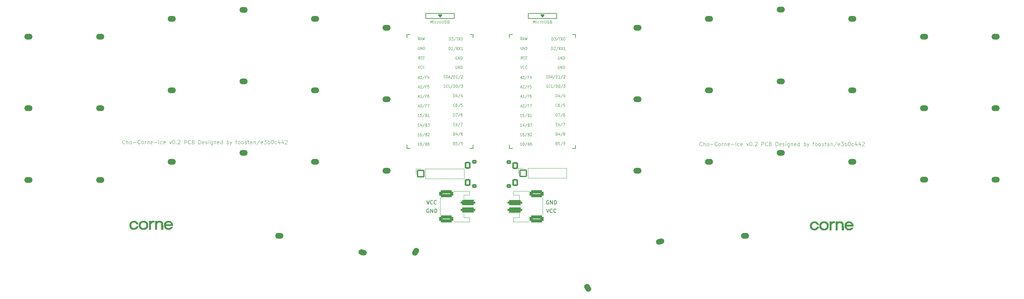
<source format=gto>
%TF.GenerationSoftware,KiCad,Pcbnew,(6.0.9-0)*%
%TF.CreationDate,2022-12-17T09:44:14-06:00*%
%TF.ProjectId,cho-corne-ice,63686f2d-636f-4726-9e65-2d6963652e6b,v0.2*%
%TF.SameCoordinates,Original*%
%TF.FileFunction,Legend,Top*%
%TF.FilePolarity,Positive*%
%FSLAX46Y46*%
G04 Gerber Fmt 4.6, Leading zero omitted, Abs format (unit mm)*
G04 Created by KiCad (PCBNEW (6.0.9-0)) date 2022-12-17 09:44:14*
%MOMM*%
%LPD*%
G01*
G04 APERTURE LIST*
G04 Aperture macros list*
%AMRoundRect*
0 Rectangle with rounded corners*
0 $1 Rounding radius*
0 $2 $3 $4 $5 $6 $7 $8 $9 X,Y pos of 4 corners*
0 Add a 4 corners polygon primitive as box body*
4,1,4,$2,$3,$4,$5,$6,$7,$8,$9,$2,$3,0*
0 Add four circle primitives for the rounded corners*
1,1,$1+$1,$2,$3*
1,1,$1+$1,$4,$5*
1,1,$1+$1,$6,$7*
1,1,$1+$1,$8,$9*
0 Add four rect primitives between the rounded corners*
20,1,$1+$1,$2,$3,$4,$5,0*
20,1,$1+$1,$4,$5,$6,$7,0*
20,1,$1+$1,$6,$7,$8,$9,0*
20,1,$1+$1,$8,$9,$2,$3,0*%
%AMHorizOval*
0 Thick line with rounded ends*
0 $1 width*
0 $2 $3 position (X,Y) of the first rounded end (center of the circle)*
0 $4 $5 position (X,Y) of the second rounded end (center of the circle)*
0 Add line between two ends*
20,1,$1,$2,$3,$4,$5,0*
0 Add two circle primitives to create the rounded ends*
1,1,$1,$2,$3*
1,1,$1,$4,$5*%
G04 Aperture macros list end*
%ADD10C,0.125000*%
%ADD11C,0.150000*%
%ADD12C,0.120000*%
%ADD13C,0.010000*%
%ADD14O,2.200000X1.500000*%
%ADD15HorizOval,1.500000X-0.338074X0.090587X0.338074X-0.090587X0*%
%ADD16HorizOval,1.500000X-0.175000X-0.303109X0.175000X0.303109X0*%
%ADD17HorizOval,1.500000X-0.175000X0.303109X0.175000X-0.303109X0*%
%ADD18HorizOval,1.500000X-0.338074X-0.090587X0.338074X0.090587X0*%
%ADD19RoundRect,0.200000X0.400000X-0.300000X0.400000X0.300000X-0.400000X0.300000X-0.400000X-0.300000X0*%
%ADD20RoundRect,0.200000X0.525000X-0.725000X0.525000X0.725000X-0.525000X0.725000X-0.525000X-0.725000X0*%
%ADD21C,3.400000*%
%ADD22RoundRect,0.200000X-0.400000X0.300000X-0.400000X-0.300000X0.400000X-0.300000X0.400000X0.300000X0*%
%ADD23RoundRect,0.200000X-0.525000X0.725000X-0.525000X-0.725000X0.525000X-0.725000X0.525000X0.725000X0*%
%ADD24C,4.700000*%
%ADD25C,2.600000*%
%ADD26C,0.700000*%
%ADD27RoundRect,0.200000X0.850000X-0.850000X0.850000X0.850000X-0.850000X0.850000X-0.850000X-0.850000X0*%
%ADD28O,2.100000X2.100000*%
%ADD29RoundRect,0.450000X-1.500000X0.250000X-1.500000X-0.250000X1.500000X-0.250000X1.500000X0.250000X0*%
%ADD30RoundRect,0.450001X-1.449999X0.499999X-1.449999X-0.499999X1.449999X-0.499999X1.449999X0.499999X0*%
%ADD31RoundRect,0.450000X1.500000X-0.250000X1.500000X0.250000X-1.500000X0.250000X-1.500000X-0.250000X0*%
%ADD32RoundRect,0.450001X1.449999X-0.499999X1.449999X0.499999X-1.449999X0.499999X-1.449999X-0.499999X0*%
%ADD33C,1.300000*%
G04 APERTURE END LIST*
D10*
X51173273Y-59137142D02*
X51125654Y-59184761D01*
X50982797Y-59232380D01*
X50887559Y-59232380D01*
X50744702Y-59184761D01*
X50649464Y-59089523D01*
X50601845Y-58994285D01*
X50554226Y-58803809D01*
X50554226Y-58660952D01*
X50601845Y-58470476D01*
X50649464Y-58375238D01*
X50744702Y-58280000D01*
X50887559Y-58232380D01*
X50982797Y-58232380D01*
X51125654Y-58280000D01*
X51173273Y-58327619D01*
X51601845Y-59232380D02*
X51601845Y-58232380D01*
X52030416Y-59232380D02*
X52030416Y-58708571D01*
X51982797Y-58613333D01*
X51887559Y-58565714D01*
X51744702Y-58565714D01*
X51649464Y-58613333D01*
X51601845Y-58660952D01*
X52649464Y-59232380D02*
X52554226Y-59184761D01*
X52506607Y-59137142D01*
X52458988Y-59041904D01*
X52458988Y-58756190D01*
X52506607Y-58660952D01*
X52554226Y-58613333D01*
X52649464Y-58565714D01*
X52792321Y-58565714D01*
X52887559Y-58613333D01*
X52935178Y-58660952D01*
X52982797Y-58756190D01*
X52982797Y-59041904D01*
X52935178Y-59137142D01*
X52887559Y-59184761D01*
X52792321Y-59232380D01*
X52649464Y-59232380D01*
X53411369Y-58851428D02*
X54173273Y-58851428D01*
X55220892Y-59137142D02*
X55173273Y-59184761D01*
X55030416Y-59232380D01*
X54935178Y-59232380D01*
X54792321Y-59184761D01*
X54697083Y-59089523D01*
X54649464Y-58994285D01*
X54601845Y-58803809D01*
X54601845Y-58660952D01*
X54649464Y-58470476D01*
X54697083Y-58375238D01*
X54792321Y-58280000D01*
X54935178Y-58232380D01*
X55030416Y-58232380D01*
X55173273Y-58280000D01*
X55220892Y-58327619D01*
X55792321Y-59232380D02*
X55697083Y-59184761D01*
X55649464Y-59137142D01*
X55601845Y-59041904D01*
X55601845Y-58756190D01*
X55649464Y-58660952D01*
X55697083Y-58613333D01*
X55792321Y-58565714D01*
X55935178Y-58565714D01*
X56030416Y-58613333D01*
X56078035Y-58660952D01*
X56125654Y-58756190D01*
X56125654Y-59041904D01*
X56078035Y-59137142D01*
X56030416Y-59184761D01*
X55935178Y-59232380D01*
X55792321Y-59232380D01*
X56554226Y-59232380D02*
X56554226Y-58565714D01*
X56554226Y-58756190D02*
X56601845Y-58660952D01*
X56649464Y-58613333D01*
X56744702Y-58565714D01*
X56839940Y-58565714D01*
X57173273Y-58565714D02*
X57173273Y-59232380D01*
X57173273Y-58660952D02*
X57220892Y-58613333D01*
X57316130Y-58565714D01*
X57458988Y-58565714D01*
X57554226Y-58613333D01*
X57601845Y-58708571D01*
X57601845Y-59232380D01*
X58458988Y-59184761D02*
X58363750Y-59232380D01*
X58173273Y-59232380D01*
X58078035Y-59184761D01*
X58030416Y-59089523D01*
X58030416Y-58708571D01*
X58078035Y-58613333D01*
X58173273Y-58565714D01*
X58363750Y-58565714D01*
X58458988Y-58613333D01*
X58506607Y-58708571D01*
X58506607Y-58803809D01*
X58030416Y-58899047D01*
X58935178Y-58851428D02*
X59697083Y-58851428D01*
X60173273Y-59232380D02*
X60173273Y-58232380D01*
X61078035Y-59184761D02*
X60982797Y-59232380D01*
X60792321Y-59232380D01*
X60697083Y-59184761D01*
X60649464Y-59137142D01*
X60601845Y-59041904D01*
X60601845Y-58756190D01*
X60649464Y-58660952D01*
X60697083Y-58613333D01*
X60792321Y-58565714D01*
X60982797Y-58565714D01*
X61078035Y-58613333D01*
X61887559Y-59184761D02*
X61792321Y-59232380D01*
X61601845Y-59232380D01*
X61506607Y-59184761D01*
X61458988Y-59089523D01*
X61458988Y-58708571D01*
X61506607Y-58613333D01*
X61601845Y-58565714D01*
X61792321Y-58565714D01*
X61887559Y-58613333D01*
X61935178Y-58708571D01*
X61935178Y-58803809D01*
X61458988Y-58899047D01*
X63030416Y-58565714D02*
X63268511Y-59232380D01*
X63506607Y-58565714D01*
X64078035Y-58232380D02*
X64173273Y-58232380D01*
X64268511Y-58280000D01*
X64316130Y-58327619D01*
X64363750Y-58422857D01*
X64411369Y-58613333D01*
X64411369Y-58851428D01*
X64363750Y-59041904D01*
X64316130Y-59137142D01*
X64268511Y-59184761D01*
X64173273Y-59232380D01*
X64078035Y-59232380D01*
X63982797Y-59184761D01*
X63935178Y-59137142D01*
X63887559Y-59041904D01*
X63839940Y-58851428D01*
X63839940Y-58613333D01*
X63887559Y-58422857D01*
X63935178Y-58327619D01*
X63982797Y-58280000D01*
X64078035Y-58232380D01*
X64839940Y-59137142D02*
X64887559Y-59184761D01*
X64839940Y-59232380D01*
X64792321Y-59184761D01*
X64839940Y-59137142D01*
X64839940Y-59232380D01*
X65268511Y-58327619D02*
X65316130Y-58280000D01*
X65411369Y-58232380D01*
X65649464Y-58232380D01*
X65744702Y-58280000D01*
X65792321Y-58327619D01*
X65839940Y-58422857D01*
X65839940Y-58518095D01*
X65792321Y-58660952D01*
X65220892Y-59232380D01*
X65839940Y-59232380D01*
X67030416Y-59232380D02*
X67030416Y-58232380D01*
X67411369Y-58232380D01*
X67506607Y-58280000D01*
X67554226Y-58327619D01*
X67601845Y-58422857D01*
X67601845Y-58565714D01*
X67554226Y-58660952D01*
X67506607Y-58708571D01*
X67411369Y-58756190D01*
X67030416Y-58756190D01*
X68601845Y-59137142D02*
X68554226Y-59184761D01*
X68411369Y-59232380D01*
X68316130Y-59232380D01*
X68173273Y-59184761D01*
X68078035Y-59089523D01*
X68030416Y-58994285D01*
X67982797Y-58803809D01*
X67982797Y-58660952D01*
X68030416Y-58470476D01*
X68078035Y-58375238D01*
X68173273Y-58280000D01*
X68316130Y-58232380D01*
X68411369Y-58232380D01*
X68554226Y-58280000D01*
X68601845Y-58327619D01*
X69363750Y-58708571D02*
X69506607Y-58756190D01*
X69554226Y-58803809D01*
X69601845Y-58899047D01*
X69601845Y-59041904D01*
X69554226Y-59137142D01*
X69506607Y-59184761D01*
X69411369Y-59232380D01*
X69030416Y-59232380D01*
X69030416Y-58232380D01*
X69363750Y-58232380D01*
X69458988Y-58280000D01*
X69506607Y-58327619D01*
X69554226Y-58422857D01*
X69554226Y-58518095D01*
X69506607Y-58613333D01*
X69458988Y-58660952D01*
X69363750Y-58708571D01*
X69030416Y-58708571D01*
X70792321Y-59232380D02*
X70792321Y-58232380D01*
X71030416Y-58232380D01*
X71173273Y-58280000D01*
X71268511Y-58375238D01*
X71316130Y-58470476D01*
X71363750Y-58660952D01*
X71363750Y-58803809D01*
X71316130Y-58994285D01*
X71268511Y-59089523D01*
X71173273Y-59184761D01*
X71030416Y-59232380D01*
X70792321Y-59232380D01*
X72173273Y-59184761D02*
X72078035Y-59232380D01*
X71887559Y-59232380D01*
X71792321Y-59184761D01*
X71744702Y-59089523D01*
X71744702Y-58708571D01*
X71792321Y-58613333D01*
X71887559Y-58565714D01*
X72078035Y-58565714D01*
X72173273Y-58613333D01*
X72220892Y-58708571D01*
X72220892Y-58803809D01*
X71744702Y-58899047D01*
X72601845Y-59184761D02*
X72697083Y-59232380D01*
X72887559Y-59232380D01*
X72982797Y-59184761D01*
X73030416Y-59089523D01*
X73030416Y-59041904D01*
X72982797Y-58946666D01*
X72887559Y-58899047D01*
X72744702Y-58899047D01*
X72649464Y-58851428D01*
X72601845Y-58756190D01*
X72601845Y-58708571D01*
X72649464Y-58613333D01*
X72744702Y-58565714D01*
X72887559Y-58565714D01*
X72982797Y-58613333D01*
X73458988Y-59232380D02*
X73458988Y-58565714D01*
X73458988Y-58232380D02*
X73411369Y-58280000D01*
X73458988Y-58327619D01*
X73506607Y-58280000D01*
X73458988Y-58232380D01*
X73458988Y-58327619D01*
X74363750Y-58565714D02*
X74363750Y-59375238D01*
X74316130Y-59470476D01*
X74268511Y-59518095D01*
X74173273Y-59565714D01*
X74030416Y-59565714D01*
X73935178Y-59518095D01*
X74363750Y-59184761D02*
X74268511Y-59232380D01*
X74078035Y-59232380D01*
X73982797Y-59184761D01*
X73935178Y-59137142D01*
X73887559Y-59041904D01*
X73887559Y-58756190D01*
X73935178Y-58660952D01*
X73982797Y-58613333D01*
X74078035Y-58565714D01*
X74268511Y-58565714D01*
X74363750Y-58613333D01*
X74839940Y-58565714D02*
X74839940Y-59232380D01*
X74839940Y-58660952D02*
X74887559Y-58613333D01*
X74982797Y-58565714D01*
X75125654Y-58565714D01*
X75220892Y-58613333D01*
X75268511Y-58708571D01*
X75268511Y-59232380D01*
X76125654Y-59184761D02*
X76030416Y-59232380D01*
X75839940Y-59232380D01*
X75744702Y-59184761D01*
X75697083Y-59089523D01*
X75697083Y-58708571D01*
X75744702Y-58613333D01*
X75839940Y-58565714D01*
X76030416Y-58565714D01*
X76125654Y-58613333D01*
X76173273Y-58708571D01*
X76173273Y-58803809D01*
X75697083Y-58899047D01*
X77030416Y-59232380D02*
X77030416Y-58232380D01*
X77030416Y-59184761D02*
X76935178Y-59232380D01*
X76744702Y-59232380D01*
X76649464Y-59184761D01*
X76601845Y-59137142D01*
X76554226Y-59041904D01*
X76554226Y-58756190D01*
X76601845Y-58660952D01*
X76649464Y-58613333D01*
X76744702Y-58565714D01*
X76935178Y-58565714D01*
X77030416Y-58613333D01*
X78268511Y-59232380D02*
X78268511Y-58232380D01*
X78268511Y-58613333D02*
X78363749Y-58565714D01*
X78554226Y-58565714D01*
X78649464Y-58613333D01*
X78697083Y-58660952D01*
X78744702Y-58756190D01*
X78744702Y-59041904D01*
X78697083Y-59137142D01*
X78649464Y-59184761D01*
X78554226Y-59232380D01*
X78363749Y-59232380D01*
X78268511Y-59184761D01*
X79078035Y-58565714D02*
X79316130Y-59232380D01*
X79554226Y-58565714D02*
X79316130Y-59232380D01*
X79220892Y-59470476D01*
X79173273Y-59518095D01*
X79078035Y-59565714D01*
X80554226Y-58565714D02*
X80935178Y-58565714D01*
X80697083Y-59232380D02*
X80697083Y-58375238D01*
X80744702Y-58280000D01*
X80839940Y-58232380D01*
X80935178Y-58232380D01*
X81411369Y-59232380D02*
X81316130Y-59184761D01*
X81268511Y-59137142D01*
X81220892Y-59041904D01*
X81220892Y-58756190D01*
X81268511Y-58660952D01*
X81316130Y-58613333D01*
X81411369Y-58565714D01*
X81554226Y-58565714D01*
X81649464Y-58613333D01*
X81697083Y-58660952D01*
X81744702Y-58756190D01*
X81744702Y-59041904D01*
X81697083Y-59137142D01*
X81649464Y-59184761D01*
X81554226Y-59232380D01*
X81411369Y-59232380D01*
X82316130Y-59232380D02*
X82220892Y-59184761D01*
X82173273Y-59137142D01*
X82125654Y-59041904D01*
X82125654Y-58756190D01*
X82173273Y-58660952D01*
X82220892Y-58613333D01*
X82316130Y-58565714D01*
X82458988Y-58565714D01*
X82554226Y-58613333D01*
X82601845Y-58660952D01*
X82649464Y-58756190D01*
X82649464Y-59041904D01*
X82601845Y-59137142D01*
X82554226Y-59184761D01*
X82458988Y-59232380D01*
X82316130Y-59232380D01*
X83030416Y-59184761D02*
X83125654Y-59232380D01*
X83316130Y-59232380D01*
X83411369Y-59184761D01*
X83458988Y-59089523D01*
X83458988Y-59041904D01*
X83411369Y-58946666D01*
X83316130Y-58899047D01*
X83173273Y-58899047D01*
X83078035Y-58851428D01*
X83030416Y-58756190D01*
X83030416Y-58708571D01*
X83078035Y-58613333D01*
X83173273Y-58565714D01*
X83316130Y-58565714D01*
X83411369Y-58613333D01*
X83744702Y-58565714D02*
X84125654Y-58565714D01*
X83887559Y-58232380D02*
X83887559Y-59089523D01*
X83935178Y-59184761D01*
X84030416Y-59232380D01*
X84125654Y-59232380D01*
X84887559Y-59232380D02*
X84887559Y-58708571D01*
X84839940Y-58613333D01*
X84744702Y-58565714D01*
X84554226Y-58565714D01*
X84458988Y-58613333D01*
X84887559Y-59184761D02*
X84792321Y-59232380D01*
X84554226Y-59232380D01*
X84458988Y-59184761D01*
X84411369Y-59089523D01*
X84411369Y-58994285D01*
X84458988Y-58899047D01*
X84554226Y-58851428D01*
X84792321Y-58851428D01*
X84887559Y-58803809D01*
X85363749Y-58565714D02*
X85363749Y-59232380D01*
X85363749Y-58660952D02*
X85411369Y-58613333D01*
X85506607Y-58565714D01*
X85649464Y-58565714D01*
X85744702Y-58613333D01*
X85792321Y-58708571D01*
X85792321Y-59232380D01*
X86982797Y-58184761D02*
X86125654Y-59470476D01*
X87697083Y-59184761D02*
X87601845Y-59232380D01*
X87411369Y-59232380D01*
X87316130Y-59184761D01*
X87268511Y-59089523D01*
X87268511Y-58708571D01*
X87316130Y-58613333D01*
X87411369Y-58565714D01*
X87601845Y-58565714D01*
X87697083Y-58613333D01*
X87744702Y-58708571D01*
X87744702Y-58803809D01*
X87268511Y-58899047D01*
X88078035Y-58232380D02*
X88697083Y-58232380D01*
X88363749Y-58613333D01*
X88506607Y-58613333D01*
X88601845Y-58660952D01*
X88649464Y-58708571D01*
X88697083Y-58803809D01*
X88697083Y-59041904D01*
X88649464Y-59137142D01*
X88601845Y-59184761D01*
X88506607Y-59232380D01*
X88220892Y-59232380D01*
X88125654Y-59184761D01*
X88078035Y-59137142D01*
X89125654Y-59232380D02*
X89125654Y-58232380D01*
X89125654Y-58613333D02*
X89220892Y-58565714D01*
X89411369Y-58565714D01*
X89506607Y-58613333D01*
X89554226Y-58660952D01*
X89601845Y-58756190D01*
X89601845Y-59041904D01*
X89554226Y-59137142D01*
X89506607Y-59184761D01*
X89411369Y-59232380D01*
X89220892Y-59232380D01*
X89125654Y-59184761D01*
X90220892Y-58232380D02*
X90316130Y-58232380D01*
X90411369Y-58280000D01*
X90458988Y-58327619D01*
X90506607Y-58422857D01*
X90554226Y-58613333D01*
X90554226Y-58851428D01*
X90506607Y-59041904D01*
X90458988Y-59137142D01*
X90411369Y-59184761D01*
X90316130Y-59232380D01*
X90220892Y-59232380D01*
X90125654Y-59184761D01*
X90078035Y-59137142D01*
X90030416Y-59041904D01*
X89982797Y-58851428D01*
X89982797Y-58613333D01*
X90030416Y-58422857D01*
X90078035Y-58327619D01*
X90125654Y-58280000D01*
X90220892Y-58232380D01*
X91411369Y-59184761D02*
X91316130Y-59232380D01*
X91125654Y-59232380D01*
X91030416Y-59184761D01*
X90982797Y-59137142D01*
X90935178Y-59041904D01*
X90935178Y-58756190D01*
X90982797Y-58660952D01*
X91030416Y-58613333D01*
X91125654Y-58565714D01*
X91316130Y-58565714D01*
X91411369Y-58613333D01*
X92268511Y-58565714D02*
X92268511Y-59232380D01*
X92030416Y-58184761D02*
X91792321Y-58899047D01*
X92411369Y-58899047D01*
X93220892Y-58565714D02*
X93220892Y-59232380D01*
X92982797Y-58184761D02*
X92744702Y-58899047D01*
X93363749Y-58899047D01*
X93697083Y-58327619D02*
X93744702Y-58280000D01*
X93839940Y-58232380D01*
X94078035Y-58232380D01*
X94173273Y-58280000D01*
X94220892Y-58327619D01*
X94268511Y-58422857D01*
X94268511Y-58518095D01*
X94220892Y-58660952D01*
X93649464Y-59232380D01*
X94268511Y-59232380D01*
X204248273Y-59637142D02*
X204200654Y-59684761D01*
X204057797Y-59732380D01*
X203962559Y-59732380D01*
X203819702Y-59684761D01*
X203724464Y-59589523D01*
X203676845Y-59494285D01*
X203629226Y-59303809D01*
X203629226Y-59160952D01*
X203676845Y-58970476D01*
X203724464Y-58875238D01*
X203819702Y-58780000D01*
X203962559Y-58732380D01*
X204057797Y-58732380D01*
X204200654Y-58780000D01*
X204248273Y-58827619D01*
X204676845Y-59732380D02*
X204676845Y-58732380D01*
X205105416Y-59732380D02*
X205105416Y-59208571D01*
X205057797Y-59113333D01*
X204962559Y-59065714D01*
X204819702Y-59065714D01*
X204724464Y-59113333D01*
X204676845Y-59160952D01*
X205724464Y-59732380D02*
X205629226Y-59684761D01*
X205581607Y-59637142D01*
X205533988Y-59541904D01*
X205533988Y-59256190D01*
X205581607Y-59160952D01*
X205629226Y-59113333D01*
X205724464Y-59065714D01*
X205867321Y-59065714D01*
X205962559Y-59113333D01*
X206010178Y-59160952D01*
X206057797Y-59256190D01*
X206057797Y-59541904D01*
X206010178Y-59637142D01*
X205962559Y-59684761D01*
X205867321Y-59732380D01*
X205724464Y-59732380D01*
X206486369Y-59351428D02*
X207248273Y-59351428D01*
X208295892Y-59637142D02*
X208248273Y-59684761D01*
X208105416Y-59732380D01*
X208010178Y-59732380D01*
X207867321Y-59684761D01*
X207772083Y-59589523D01*
X207724464Y-59494285D01*
X207676845Y-59303809D01*
X207676845Y-59160952D01*
X207724464Y-58970476D01*
X207772083Y-58875238D01*
X207867321Y-58780000D01*
X208010178Y-58732380D01*
X208105416Y-58732380D01*
X208248273Y-58780000D01*
X208295892Y-58827619D01*
X208867321Y-59732380D02*
X208772083Y-59684761D01*
X208724464Y-59637142D01*
X208676845Y-59541904D01*
X208676845Y-59256190D01*
X208724464Y-59160952D01*
X208772083Y-59113333D01*
X208867321Y-59065714D01*
X209010178Y-59065714D01*
X209105416Y-59113333D01*
X209153035Y-59160952D01*
X209200654Y-59256190D01*
X209200654Y-59541904D01*
X209153035Y-59637142D01*
X209105416Y-59684761D01*
X209010178Y-59732380D01*
X208867321Y-59732380D01*
X209629226Y-59732380D02*
X209629226Y-59065714D01*
X209629226Y-59256190D02*
X209676845Y-59160952D01*
X209724464Y-59113333D01*
X209819702Y-59065714D01*
X209914940Y-59065714D01*
X210248273Y-59065714D02*
X210248273Y-59732380D01*
X210248273Y-59160952D02*
X210295892Y-59113333D01*
X210391130Y-59065714D01*
X210533988Y-59065714D01*
X210629226Y-59113333D01*
X210676845Y-59208571D01*
X210676845Y-59732380D01*
X211533988Y-59684761D02*
X211438750Y-59732380D01*
X211248273Y-59732380D01*
X211153035Y-59684761D01*
X211105416Y-59589523D01*
X211105416Y-59208571D01*
X211153035Y-59113333D01*
X211248273Y-59065714D01*
X211438750Y-59065714D01*
X211533988Y-59113333D01*
X211581607Y-59208571D01*
X211581607Y-59303809D01*
X211105416Y-59399047D01*
X212010178Y-59351428D02*
X212772083Y-59351428D01*
X213248273Y-59732380D02*
X213248273Y-58732380D01*
X214153035Y-59684761D02*
X214057797Y-59732380D01*
X213867321Y-59732380D01*
X213772083Y-59684761D01*
X213724464Y-59637142D01*
X213676845Y-59541904D01*
X213676845Y-59256190D01*
X213724464Y-59160952D01*
X213772083Y-59113333D01*
X213867321Y-59065714D01*
X214057797Y-59065714D01*
X214153035Y-59113333D01*
X214962559Y-59684761D02*
X214867321Y-59732380D01*
X214676845Y-59732380D01*
X214581607Y-59684761D01*
X214533988Y-59589523D01*
X214533988Y-59208571D01*
X214581607Y-59113333D01*
X214676845Y-59065714D01*
X214867321Y-59065714D01*
X214962559Y-59113333D01*
X215010178Y-59208571D01*
X215010178Y-59303809D01*
X214533988Y-59399047D01*
X216105416Y-59065714D02*
X216343511Y-59732380D01*
X216581607Y-59065714D01*
X217153035Y-58732380D02*
X217248273Y-58732380D01*
X217343511Y-58780000D01*
X217391130Y-58827619D01*
X217438750Y-58922857D01*
X217486369Y-59113333D01*
X217486369Y-59351428D01*
X217438750Y-59541904D01*
X217391130Y-59637142D01*
X217343511Y-59684761D01*
X217248273Y-59732380D01*
X217153035Y-59732380D01*
X217057797Y-59684761D01*
X217010178Y-59637142D01*
X216962559Y-59541904D01*
X216914940Y-59351428D01*
X216914940Y-59113333D01*
X216962559Y-58922857D01*
X217010178Y-58827619D01*
X217057797Y-58780000D01*
X217153035Y-58732380D01*
X217914940Y-59637142D02*
X217962559Y-59684761D01*
X217914940Y-59732380D01*
X217867321Y-59684761D01*
X217914940Y-59637142D01*
X217914940Y-59732380D01*
X218343511Y-58827619D02*
X218391130Y-58780000D01*
X218486369Y-58732380D01*
X218724464Y-58732380D01*
X218819702Y-58780000D01*
X218867321Y-58827619D01*
X218914940Y-58922857D01*
X218914940Y-59018095D01*
X218867321Y-59160952D01*
X218295892Y-59732380D01*
X218914940Y-59732380D01*
X220105416Y-59732380D02*
X220105416Y-58732380D01*
X220486369Y-58732380D01*
X220581607Y-58780000D01*
X220629226Y-58827619D01*
X220676845Y-58922857D01*
X220676845Y-59065714D01*
X220629226Y-59160952D01*
X220581607Y-59208571D01*
X220486369Y-59256190D01*
X220105416Y-59256190D01*
X221676845Y-59637142D02*
X221629226Y-59684761D01*
X221486369Y-59732380D01*
X221391130Y-59732380D01*
X221248273Y-59684761D01*
X221153035Y-59589523D01*
X221105416Y-59494285D01*
X221057797Y-59303809D01*
X221057797Y-59160952D01*
X221105416Y-58970476D01*
X221153035Y-58875238D01*
X221248273Y-58780000D01*
X221391130Y-58732380D01*
X221486369Y-58732380D01*
X221629226Y-58780000D01*
X221676845Y-58827619D01*
X222438750Y-59208571D02*
X222581607Y-59256190D01*
X222629226Y-59303809D01*
X222676845Y-59399047D01*
X222676845Y-59541904D01*
X222629226Y-59637142D01*
X222581607Y-59684761D01*
X222486369Y-59732380D01*
X222105416Y-59732380D01*
X222105416Y-58732380D01*
X222438750Y-58732380D01*
X222533988Y-58780000D01*
X222581607Y-58827619D01*
X222629226Y-58922857D01*
X222629226Y-59018095D01*
X222581607Y-59113333D01*
X222533988Y-59160952D01*
X222438750Y-59208571D01*
X222105416Y-59208571D01*
X223867321Y-59732380D02*
X223867321Y-58732380D01*
X224105416Y-58732380D01*
X224248273Y-58780000D01*
X224343511Y-58875238D01*
X224391130Y-58970476D01*
X224438750Y-59160952D01*
X224438750Y-59303809D01*
X224391130Y-59494285D01*
X224343511Y-59589523D01*
X224248273Y-59684761D01*
X224105416Y-59732380D01*
X223867321Y-59732380D01*
X225248273Y-59684761D02*
X225153035Y-59732380D01*
X224962559Y-59732380D01*
X224867321Y-59684761D01*
X224819702Y-59589523D01*
X224819702Y-59208571D01*
X224867321Y-59113333D01*
X224962559Y-59065714D01*
X225153035Y-59065714D01*
X225248273Y-59113333D01*
X225295892Y-59208571D01*
X225295892Y-59303809D01*
X224819702Y-59399047D01*
X225676845Y-59684761D02*
X225772083Y-59732380D01*
X225962559Y-59732380D01*
X226057797Y-59684761D01*
X226105416Y-59589523D01*
X226105416Y-59541904D01*
X226057797Y-59446666D01*
X225962559Y-59399047D01*
X225819702Y-59399047D01*
X225724464Y-59351428D01*
X225676845Y-59256190D01*
X225676845Y-59208571D01*
X225724464Y-59113333D01*
X225819702Y-59065714D01*
X225962559Y-59065714D01*
X226057797Y-59113333D01*
X226533988Y-59732380D02*
X226533988Y-59065714D01*
X226533988Y-58732380D02*
X226486369Y-58780000D01*
X226533988Y-58827619D01*
X226581607Y-58780000D01*
X226533988Y-58732380D01*
X226533988Y-58827619D01*
X227438750Y-59065714D02*
X227438750Y-59875238D01*
X227391130Y-59970476D01*
X227343511Y-60018095D01*
X227248273Y-60065714D01*
X227105416Y-60065714D01*
X227010178Y-60018095D01*
X227438750Y-59684761D02*
X227343511Y-59732380D01*
X227153035Y-59732380D01*
X227057797Y-59684761D01*
X227010178Y-59637142D01*
X226962559Y-59541904D01*
X226962559Y-59256190D01*
X227010178Y-59160952D01*
X227057797Y-59113333D01*
X227153035Y-59065714D01*
X227343511Y-59065714D01*
X227438750Y-59113333D01*
X227914940Y-59065714D02*
X227914940Y-59732380D01*
X227914940Y-59160952D02*
X227962559Y-59113333D01*
X228057797Y-59065714D01*
X228200654Y-59065714D01*
X228295892Y-59113333D01*
X228343511Y-59208571D01*
X228343511Y-59732380D01*
X229200654Y-59684761D02*
X229105416Y-59732380D01*
X228914940Y-59732380D01*
X228819702Y-59684761D01*
X228772083Y-59589523D01*
X228772083Y-59208571D01*
X228819702Y-59113333D01*
X228914940Y-59065714D01*
X229105416Y-59065714D01*
X229200654Y-59113333D01*
X229248273Y-59208571D01*
X229248273Y-59303809D01*
X228772083Y-59399047D01*
X230105416Y-59732380D02*
X230105416Y-58732380D01*
X230105416Y-59684761D02*
X230010178Y-59732380D01*
X229819702Y-59732380D01*
X229724464Y-59684761D01*
X229676845Y-59637142D01*
X229629226Y-59541904D01*
X229629226Y-59256190D01*
X229676845Y-59160952D01*
X229724464Y-59113333D01*
X229819702Y-59065714D01*
X230010178Y-59065714D01*
X230105416Y-59113333D01*
X231343511Y-59732380D02*
X231343511Y-58732380D01*
X231343511Y-59113333D02*
X231438750Y-59065714D01*
X231629226Y-59065714D01*
X231724464Y-59113333D01*
X231772083Y-59160952D01*
X231819702Y-59256190D01*
X231819702Y-59541904D01*
X231772083Y-59637142D01*
X231724464Y-59684761D01*
X231629226Y-59732380D01*
X231438750Y-59732380D01*
X231343511Y-59684761D01*
X232153035Y-59065714D02*
X232391130Y-59732380D01*
X232629226Y-59065714D02*
X232391130Y-59732380D01*
X232295892Y-59970476D01*
X232248273Y-60018095D01*
X232153035Y-60065714D01*
X233629226Y-59065714D02*
X234010178Y-59065714D01*
X233772083Y-59732380D02*
X233772083Y-58875238D01*
X233819702Y-58780000D01*
X233914940Y-58732380D01*
X234010178Y-58732380D01*
X234486369Y-59732380D02*
X234391130Y-59684761D01*
X234343511Y-59637142D01*
X234295892Y-59541904D01*
X234295892Y-59256190D01*
X234343511Y-59160952D01*
X234391130Y-59113333D01*
X234486369Y-59065714D01*
X234629226Y-59065714D01*
X234724464Y-59113333D01*
X234772083Y-59160952D01*
X234819702Y-59256190D01*
X234819702Y-59541904D01*
X234772083Y-59637142D01*
X234724464Y-59684761D01*
X234629226Y-59732380D01*
X234486369Y-59732380D01*
X235391130Y-59732380D02*
X235295892Y-59684761D01*
X235248273Y-59637142D01*
X235200654Y-59541904D01*
X235200654Y-59256190D01*
X235248273Y-59160952D01*
X235295892Y-59113333D01*
X235391130Y-59065714D01*
X235533988Y-59065714D01*
X235629226Y-59113333D01*
X235676845Y-59160952D01*
X235724464Y-59256190D01*
X235724464Y-59541904D01*
X235676845Y-59637142D01*
X235629226Y-59684761D01*
X235533988Y-59732380D01*
X235391130Y-59732380D01*
X236105416Y-59684761D02*
X236200654Y-59732380D01*
X236391130Y-59732380D01*
X236486369Y-59684761D01*
X236533988Y-59589523D01*
X236533988Y-59541904D01*
X236486369Y-59446666D01*
X236391130Y-59399047D01*
X236248273Y-59399047D01*
X236153035Y-59351428D01*
X236105416Y-59256190D01*
X236105416Y-59208571D01*
X236153035Y-59113333D01*
X236248273Y-59065714D01*
X236391130Y-59065714D01*
X236486369Y-59113333D01*
X236819702Y-59065714D02*
X237200654Y-59065714D01*
X236962559Y-58732380D02*
X236962559Y-59589523D01*
X237010178Y-59684761D01*
X237105416Y-59732380D01*
X237200654Y-59732380D01*
X237962559Y-59732380D02*
X237962559Y-59208571D01*
X237914940Y-59113333D01*
X237819702Y-59065714D01*
X237629226Y-59065714D01*
X237533988Y-59113333D01*
X237962559Y-59684761D02*
X237867321Y-59732380D01*
X237629226Y-59732380D01*
X237533988Y-59684761D01*
X237486369Y-59589523D01*
X237486369Y-59494285D01*
X237533988Y-59399047D01*
X237629226Y-59351428D01*
X237867321Y-59351428D01*
X237962559Y-59303809D01*
X238438750Y-59065714D02*
X238438750Y-59732380D01*
X238438750Y-59160952D02*
X238486369Y-59113333D01*
X238581607Y-59065714D01*
X238724464Y-59065714D01*
X238819702Y-59113333D01*
X238867321Y-59208571D01*
X238867321Y-59732380D01*
X240057797Y-58684761D02*
X239200654Y-59970476D01*
X240772083Y-59684761D02*
X240676845Y-59732380D01*
X240486369Y-59732380D01*
X240391130Y-59684761D01*
X240343511Y-59589523D01*
X240343511Y-59208571D01*
X240391130Y-59113333D01*
X240486369Y-59065714D01*
X240676845Y-59065714D01*
X240772083Y-59113333D01*
X240819702Y-59208571D01*
X240819702Y-59303809D01*
X240343511Y-59399047D01*
X241153035Y-58732380D02*
X241772083Y-58732380D01*
X241438749Y-59113333D01*
X241581607Y-59113333D01*
X241676845Y-59160952D01*
X241724464Y-59208571D01*
X241772083Y-59303809D01*
X241772083Y-59541904D01*
X241724464Y-59637142D01*
X241676845Y-59684761D01*
X241581607Y-59732380D01*
X241295892Y-59732380D01*
X241200654Y-59684761D01*
X241153035Y-59637142D01*
X242200654Y-59732380D02*
X242200654Y-58732380D01*
X242200654Y-59113333D02*
X242295892Y-59065714D01*
X242486369Y-59065714D01*
X242581607Y-59113333D01*
X242629226Y-59160952D01*
X242676845Y-59256190D01*
X242676845Y-59541904D01*
X242629226Y-59637142D01*
X242581607Y-59684761D01*
X242486369Y-59732380D01*
X242295892Y-59732380D01*
X242200654Y-59684761D01*
X243295892Y-58732380D02*
X243391130Y-58732380D01*
X243486369Y-58780000D01*
X243533988Y-58827619D01*
X243581607Y-58922857D01*
X243629226Y-59113333D01*
X243629226Y-59351428D01*
X243581607Y-59541904D01*
X243533988Y-59637142D01*
X243486369Y-59684761D01*
X243391130Y-59732380D01*
X243295892Y-59732380D01*
X243200654Y-59684761D01*
X243153035Y-59637142D01*
X243105416Y-59541904D01*
X243057797Y-59351428D01*
X243057797Y-59113333D01*
X243105416Y-58922857D01*
X243153035Y-58827619D01*
X243200654Y-58780000D01*
X243295892Y-58732380D01*
X244486369Y-59684761D02*
X244391130Y-59732380D01*
X244200654Y-59732380D01*
X244105416Y-59684761D01*
X244057797Y-59637142D01*
X244010178Y-59541904D01*
X244010178Y-59256190D01*
X244057797Y-59160952D01*
X244105416Y-59113333D01*
X244200654Y-59065714D01*
X244391130Y-59065714D01*
X244486369Y-59113333D01*
X245343511Y-59065714D02*
X245343511Y-59732380D01*
X245105416Y-58684761D02*
X244867321Y-59399047D01*
X245486369Y-59399047D01*
X246295892Y-59065714D02*
X246295892Y-59732380D01*
X246057797Y-58684761D02*
X245819702Y-59399047D01*
X246438750Y-59399047D01*
X246772083Y-58827619D02*
X246819702Y-58780000D01*
X246914940Y-58732380D01*
X247153035Y-58732380D01*
X247248273Y-58780000D01*
X247295892Y-58827619D01*
X247343511Y-58922857D01*
X247343511Y-59018095D01*
X247295892Y-59160952D01*
X246724464Y-59732380D01*
X247343511Y-59732380D01*
D11*
X163024166Y-76482380D02*
X163357500Y-77482380D01*
X163690833Y-76482380D01*
X164595595Y-77387142D02*
X164547976Y-77434761D01*
X164405119Y-77482380D01*
X164309880Y-77482380D01*
X164167023Y-77434761D01*
X164071785Y-77339523D01*
X164024166Y-77244285D01*
X163976547Y-77053809D01*
X163976547Y-76910952D01*
X164024166Y-76720476D01*
X164071785Y-76625238D01*
X164167023Y-76530000D01*
X164309880Y-76482380D01*
X164405119Y-76482380D01*
X164547976Y-76530000D01*
X164595595Y-76577619D01*
X165595595Y-77387142D02*
X165547976Y-77434761D01*
X165405119Y-77482380D01*
X165309880Y-77482380D01*
X165167023Y-77434761D01*
X165071785Y-77339523D01*
X165024166Y-77244285D01*
X164976547Y-77053809D01*
X164976547Y-76910952D01*
X165024166Y-76720476D01*
X165071785Y-76625238D01*
X165167023Y-76530000D01*
X165309880Y-76482380D01*
X165405119Y-76482380D01*
X165547976Y-76530000D01*
X165595595Y-76577619D01*
X131274166Y-74232380D02*
X131607500Y-75232380D01*
X131940833Y-74232380D01*
X132845595Y-75137142D02*
X132797976Y-75184761D01*
X132655119Y-75232380D01*
X132559880Y-75232380D01*
X132417023Y-75184761D01*
X132321785Y-75089523D01*
X132274166Y-74994285D01*
X132226547Y-74803809D01*
X132226547Y-74660952D01*
X132274166Y-74470476D01*
X132321785Y-74375238D01*
X132417023Y-74280000D01*
X132559880Y-74232380D01*
X132655119Y-74232380D01*
X132797976Y-74280000D01*
X132845595Y-74327619D01*
X133845595Y-75137142D02*
X133797976Y-75184761D01*
X133655119Y-75232380D01*
X133559880Y-75232380D01*
X133417023Y-75184761D01*
X133321785Y-75089523D01*
X133274166Y-74994285D01*
X133226547Y-74803809D01*
X133226547Y-74660952D01*
X133274166Y-74470476D01*
X133321785Y-74375238D01*
X133417023Y-74280000D01*
X133559880Y-74232380D01*
X133655119Y-74232380D01*
X133797976Y-74280000D01*
X133845595Y-74327619D01*
X131845595Y-76530000D02*
X131750357Y-76482380D01*
X131607500Y-76482380D01*
X131464642Y-76530000D01*
X131369404Y-76625238D01*
X131321785Y-76720476D01*
X131274166Y-76910952D01*
X131274166Y-77053809D01*
X131321785Y-77244285D01*
X131369404Y-77339523D01*
X131464642Y-77434761D01*
X131607500Y-77482380D01*
X131702738Y-77482380D01*
X131845595Y-77434761D01*
X131893214Y-77387142D01*
X131893214Y-77053809D01*
X131702738Y-77053809D01*
X132321785Y-77482380D02*
X132321785Y-76482380D01*
X132893214Y-77482380D01*
X132893214Y-76482380D01*
X133369404Y-77482380D02*
X133369404Y-76482380D01*
X133607500Y-76482380D01*
X133750357Y-76530000D01*
X133845595Y-76625238D01*
X133893214Y-76720476D01*
X133940833Y-76910952D01*
X133940833Y-77053809D01*
X133893214Y-77244285D01*
X133845595Y-77339523D01*
X133750357Y-77434761D01*
X133607500Y-77482380D01*
X133369404Y-77482380D01*
X163595595Y-74280000D02*
X163500357Y-74232380D01*
X163357500Y-74232380D01*
X163214642Y-74280000D01*
X163119404Y-74375238D01*
X163071785Y-74470476D01*
X163024166Y-74660952D01*
X163024166Y-74803809D01*
X163071785Y-74994285D01*
X163119404Y-75089523D01*
X163214642Y-75184761D01*
X163357500Y-75232380D01*
X163452738Y-75232380D01*
X163595595Y-75184761D01*
X163643214Y-75137142D01*
X163643214Y-74803809D01*
X163452738Y-74803809D01*
X164071785Y-75232380D02*
X164071785Y-74232380D01*
X164643214Y-75232380D01*
X164643214Y-74232380D01*
X165119404Y-75232380D02*
X165119404Y-74232380D01*
X165357500Y-74232380D01*
X165500357Y-74280000D01*
X165595595Y-74375238D01*
X165643214Y-74470476D01*
X165690833Y-74660952D01*
X165690833Y-74803809D01*
X165643214Y-74994285D01*
X165595595Y-75089523D01*
X165500357Y-75184761D01*
X165357500Y-75232380D01*
X165119404Y-75232380D01*
D10*
X166432023Y-36115000D02*
X166368214Y-36079285D01*
X166272500Y-36079285D01*
X166176785Y-36115000D01*
X166112976Y-36186428D01*
X166081071Y-36257857D01*
X166049166Y-36400714D01*
X166049166Y-36507857D01*
X166081071Y-36650714D01*
X166112976Y-36722142D01*
X166176785Y-36793571D01*
X166272500Y-36829285D01*
X166336309Y-36829285D01*
X166432023Y-36793571D01*
X166463928Y-36757857D01*
X166463928Y-36507857D01*
X166336309Y-36507857D01*
X166751071Y-36829285D02*
X166751071Y-36079285D01*
X167133928Y-36829285D01*
X167133928Y-36079285D01*
X167452976Y-36829285D02*
X167452976Y-36079285D01*
X167612500Y-36079285D01*
X167708214Y-36115000D01*
X167772023Y-36186428D01*
X167803928Y-36257857D01*
X167835833Y-36400714D01*
X167835833Y-36507857D01*
X167803928Y-36650714D01*
X167772023Y-36722142D01*
X167708214Y-36793571D01*
X167612500Y-36829285D01*
X167452976Y-36829285D01*
X156459880Y-52029285D02*
X156077023Y-52029285D01*
X156268452Y-52029285D02*
X156268452Y-51279285D01*
X156204642Y-51386428D01*
X156140833Y-51457857D01*
X156077023Y-51493571D01*
X157066071Y-51279285D02*
X156747023Y-51279285D01*
X156715119Y-51636428D01*
X156747023Y-51600714D01*
X156810833Y-51565000D01*
X156970357Y-51565000D01*
X157034166Y-51600714D01*
X157066071Y-51636428D01*
X157097976Y-51707857D01*
X157097976Y-51886428D01*
X157066071Y-51957857D01*
X157034166Y-51993571D01*
X156970357Y-52029285D01*
X156810833Y-52029285D01*
X156747023Y-51993571D01*
X156715119Y-51957857D01*
X157863690Y-51243571D02*
X157289404Y-52207857D01*
X158310357Y-51636428D02*
X158406071Y-51672142D01*
X158437976Y-51707857D01*
X158469880Y-51779285D01*
X158469880Y-51886428D01*
X158437976Y-51957857D01*
X158406071Y-51993571D01*
X158342261Y-52029285D01*
X158087023Y-52029285D01*
X158087023Y-51279285D01*
X158310357Y-51279285D01*
X158374166Y-51315000D01*
X158406071Y-51350714D01*
X158437976Y-51422142D01*
X158437976Y-51493571D01*
X158406071Y-51565000D01*
X158374166Y-51600714D01*
X158310357Y-51636428D01*
X158087023Y-51636428D01*
X159107976Y-52029285D02*
X158725119Y-52029285D01*
X158916547Y-52029285D02*
X158916547Y-51279285D01*
X158852738Y-51386428D01*
X158788928Y-51457857D01*
X158725119Y-51493571D01*
X156156785Y-44215000D02*
X156475833Y-44215000D01*
X156092976Y-44429285D02*
X156316309Y-43679285D01*
X156539642Y-44429285D01*
X156731071Y-43750714D02*
X156762976Y-43715000D01*
X156826785Y-43679285D01*
X156986309Y-43679285D01*
X157050119Y-43715000D01*
X157082023Y-43750714D01*
X157113928Y-43822142D01*
X157113928Y-43893571D01*
X157082023Y-44000714D01*
X156699166Y-44429285D01*
X157113928Y-44429285D01*
X157879642Y-43643571D02*
X157305357Y-44607857D01*
X158326309Y-44036428D02*
X158102976Y-44036428D01*
X158102976Y-44429285D02*
X158102976Y-43679285D01*
X158422023Y-43679285D01*
X158996309Y-43679285D02*
X158677261Y-43679285D01*
X158645357Y-44036428D01*
X158677261Y-44000714D01*
X158741071Y-43965000D01*
X158900595Y-43965000D01*
X158964404Y-44000714D01*
X158996309Y-44036428D01*
X159028214Y-44107857D01*
X159028214Y-44286428D01*
X158996309Y-44357857D01*
X158964404Y-44393571D01*
X158900595Y-44429285D01*
X158741071Y-44429285D01*
X158677261Y-44393571D01*
X158645357Y-44357857D01*
X164323928Y-34279285D02*
X164323928Y-33529285D01*
X164483452Y-33529285D01*
X164579166Y-33565000D01*
X164642976Y-33636428D01*
X164674880Y-33707857D01*
X164706785Y-33850714D01*
X164706785Y-33957857D01*
X164674880Y-34100714D01*
X164642976Y-34172142D01*
X164579166Y-34243571D01*
X164483452Y-34279285D01*
X164323928Y-34279285D01*
X164962023Y-33600714D02*
X164993928Y-33565000D01*
X165057738Y-33529285D01*
X165217261Y-33529285D01*
X165281071Y-33565000D01*
X165312976Y-33600714D01*
X165344880Y-33672142D01*
X165344880Y-33743571D01*
X165312976Y-33850714D01*
X164930119Y-34279285D01*
X165344880Y-34279285D01*
X166110595Y-33493571D02*
X165536309Y-34457857D01*
X166716785Y-34279285D02*
X166493452Y-33922142D01*
X166333928Y-34279285D02*
X166333928Y-33529285D01*
X166589166Y-33529285D01*
X166652976Y-33565000D01*
X166684880Y-33600714D01*
X166716785Y-33672142D01*
X166716785Y-33779285D01*
X166684880Y-33850714D01*
X166652976Y-33886428D01*
X166589166Y-33922142D01*
X166333928Y-33922142D01*
X166940119Y-33529285D02*
X167386785Y-34279285D01*
X167386785Y-33529285D02*
X166940119Y-34279285D01*
X167992976Y-34279285D02*
X167610119Y-34279285D01*
X167801547Y-34279285D02*
X167801547Y-33529285D01*
X167737738Y-33636428D01*
X167673928Y-33707857D01*
X167610119Y-33743571D01*
X156459880Y-54579285D02*
X156077023Y-54579285D01*
X156268452Y-54579285D02*
X156268452Y-53829285D01*
X156204642Y-53936428D01*
X156140833Y-54007857D01*
X156077023Y-54043571D01*
X157034166Y-54079285D02*
X157034166Y-54579285D01*
X156874642Y-53793571D02*
X156715119Y-54329285D01*
X157129880Y-54329285D01*
X157863690Y-53793571D02*
X157289404Y-54757857D01*
X158310357Y-54186428D02*
X158406071Y-54222142D01*
X158437976Y-54257857D01*
X158469880Y-54329285D01*
X158469880Y-54436428D01*
X158437976Y-54507857D01*
X158406071Y-54543571D01*
X158342261Y-54579285D01*
X158087023Y-54579285D01*
X158087023Y-53829285D01*
X158310357Y-53829285D01*
X158374166Y-53865000D01*
X158406071Y-53900714D01*
X158437976Y-53972142D01*
X158437976Y-54043571D01*
X158406071Y-54115000D01*
X158374166Y-54150714D01*
X158310357Y-54186428D01*
X158087023Y-54186428D01*
X158693214Y-53829285D02*
X159107976Y-53829285D01*
X158884642Y-54115000D01*
X158980357Y-54115000D01*
X159044166Y-54150714D01*
X159076071Y-54186428D01*
X159107976Y-54257857D01*
X159107976Y-54436428D01*
X159076071Y-54507857D01*
X159044166Y-54543571D01*
X158980357Y-54579285D01*
X158788928Y-54579285D01*
X158725119Y-54543571D01*
X158693214Y-54507857D01*
X165751309Y-56586428D02*
X165847023Y-56622142D01*
X165878928Y-56657857D01*
X165910833Y-56729285D01*
X165910833Y-56836428D01*
X165878928Y-56907857D01*
X165847023Y-56943571D01*
X165783214Y-56979285D01*
X165527976Y-56979285D01*
X165527976Y-56229285D01*
X165751309Y-56229285D01*
X165815119Y-56265000D01*
X165847023Y-56300714D01*
X165878928Y-56372142D01*
X165878928Y-56443571D01*
X165847023Y-56515000D01*
X165815119Y-56550714D01*
X165751309Y-56586428D01*
X165527976Y-56586428D01*
X166485119Y-56479285D02*
X166485119Y-56979285D01*
X166325595Y-56193571D02*
X166166071Y-56729285D01*
X166580833Y-56729285D01*
X167314642Y-56193571D02*
X166740357Y-57157857D01*
X167633690Y-56550714D02*
X167569880Y-56515000D01*
X167537976Y-56479285D01*
X167506071Y-56407857D01*
X167506071Y-56372142D01*
X167537976Y-56300714D01*
X167569880Y-56265000D01*
X167633690Y-56229285D01*
X167761309Y-56229285D01*
X167825119Y-56265000D01*
X167857023Y-56300714D01*
X167888928Y-56372142D01*
X167888928Y-56407857D01*
X167857023Y-56479285D01*
X167825119Y-56515000D01*
X167761309Y-56550714D01*
X167633690Y-56550714D01*
X167569880Y-56586428D01*
X167537976Y-56622142D01*
X167506071Y-56693571D01*
X167506071Y-56836428D01*
X167537976Y-56907857D01*
X167569880Y-56943571D01*
X167633690Y-56979285D01*
X167761309Y-56979285D01*
X167825119Y-56943571D01*
X167857023Y-56907857D01*
X167888928Y-56836428D01*
X167888928Y-56693571D01*
X167857023Y-56622142D01*
X167825119Y-56586428D01*
X167761309Y-56550714D01*
X165527976Y-46779285D02*
X165527976Y-46029285D01*
X165687500Y-46029285D01*
X165783214Y-46065000D01*
X165847023Y-46136428D01*
X165878928Y-46207857D01*
X165910833Y-46350714D01*
X165910833Y-46457857D01*
X165878928Y-46600714D01*
X165847023Y-46672142D01*
X165783214Y-46743571D01*
X165687500Y-46779285D01*
X165527976Y-46779285D01*
X166485119Y-46279285D02*
X166485119Y-46779285D01*
X166325595Y-45993571D02*
X166166071Y-46529285D01*
X166580833Y-46529285D01*
X167314642Y-45993571D02*
X166740357Y-46957857D01*
X167825119Y-46279285D02*
X167825119Y-46779285D01*
X167665595Y-45993571D02*
X167506071Y-46529285D01*
X167920833Y-46529285D01*
X164403690Y-31729285D02*
X164403690Y-30979285D01*
X164563214Y-30979285D01*
X164658928Y-31015000D01*
X164722738Y-31086428D01*
X164754642Y-31157857D01*
X164786547Y-31300714D01*
X164786547Y-31407857D01*
X164754642Y-31550714D01*
X164722738Y-31622142D01*
X164658928Y-31693571D01*
X164563214Y-31729285D01*
X164403690Y-31729285D01*
X165009880Y-30979285D02*
X165424642Y-30979285D01*
X165201309Y-31265000D01*
X165297023Y-31265000D01*
X165360833Y-31300714D01*
X165392738Y-31336428D01*
X165424642Y-31407857D01*
X165424642Y-31586428D01*
X165392738Y-31657857D01*
X165360833Y-31693571D01*
X165297023Y-31729285D01*
X165105595Y-31729285D01*
X165041785Y-31693571D01*
X165009880Y-31657857D01*
X166190357Y-30943571D02*
X165616071Y-31907857D01*
X166317976Y-30979285D02*
X166700833Y-30979285D01*
X166509404Y-31729285D02*
X166509404Y-30979285D01*
X166860357Y-30979285D02*
X167307023Y-31729285D01*
X167307023Y-30979285D02*
X166860357Y-31729285D01*
X167689880Y-30979285D02*
X167753690Y-30979285D01*
X167817500Y-31015000D01*
X167849404Y-31050714D01*
X167881309Y-31122142D01*
X167913214Y-31265000D01*
X167913214Y-31443571D01*
X167881309Y-31586428D01*
X167849404Y-31657857D01*
X167817500Y-31693571D01*
X167753690Y-31729285D01*
X167689880Y-31729285D01*
X167626071Y-31693571D01*
X167594166Y-31657857D01*
X167562261Y-31586428D01*
X167530357Y-31443571D01*
X167530357Y-31265000D01*
X167562261Y-31122142D01*
X167594166Y-31050714D01*
X167626071Y-31015000D01*
X167689880Y-30979285D01*
X165751309Y-59086428D02*
X165847023Y-59122142D01*
X165878928Y-59157857D01*
X165910833Y-59229285D01*
X165910833Y-59336428D01*
X165878928Y-59407857D01*
X165847023Y-59443571D01*
X165783214Y-59479285D01*
X165527976Y-59479285D01*
X165527976Y-58729285D01*
X165751309Y-58729285D01*
X165815119Y-58765000D01*
X165847023Y-58800714D01*
X165878928Y-58872142D01*
X165878928Y-58943571D01*
X165847023Y-59015000D01*
X165815119Y-59050714D01*
X165751309Y-59086428D01*
X165527976Y-59086428D01*
X166517023Y-58729285D02*
X166197976Y-58729285D01*
X166166071Y-59086428D01*
X166197976Y-59050714D01*
X166261785Y-59015000D01*
X166421309Y-59015000D01*
X166485119Y-59050714D01*
X166517023Y-59086428D01*
X166548928Y-59157857D01*
X166548928Y-59336428D01*
X166517023Y-59407857D01*
X166485119Y-59443571D01*
X166421309Y-59479285D01*
X166261785Y-59479285D01*
X166197976Y-59443571D01*
X166166071Y-59407857D01*
X167314642Y-58693571D02*
X166740357Y-59657857D01*
X167569880Y-59479285D02*
X167697500Y-59479285D01*
X167761309Y-59443571D01*
X167793214Y-59407857D01*
X167857023Y-59300714D01*
X167888928Y-59157857D01*
X167888928Y-58872142D01*
X167857023Y-58800714D01*
X167825119Y-58765000D01*
X167761309Y-58729285D01*
X167633690Y-58729285D01*
X167569880Y-58765000D01*
X167537976Y-58800714D01*
X167506071Y-58872142D01*
X167506071Y-59050714D01*
X167537976Y-59122142D01*
X167569880Y-59157857D01*
X167633690Y-59193571D01*
X167761309Y-59193571D01*
X167825119Y-59157857D01*
X167857023Y-59122142D01*
X167888928Y-59050714D01*
X156459880Y-57129285D02*
X156077023Y-57129285D01*
X156268452Y-57129285D02*
X156268452Y-56379285D01*
X156204642Y-56486428D01*
X156140833Y-56557857D01*
X156077023Y-56593571D01*
X157034166Y-56379285D02*
X156906547Y-56379285D01*
X156842738Y-56415000D01*
X156810833Y-56450714D01*
X156747023Y-56557857D01*
X156715119Y-56700714D01*
X156715119Y-56986428D01*
X156747023Y-57057857D01*
X156778928Y-57093571D01*
X156842738Y-57129285D01*
X156970357Y-57129285D01*
X157034166Y-57093571D01*
X157066071Y-57057857D01*
X157097976Y-56986428D01*
X157097976Y-56807857D01*
X157066071Y-56736428D01*
X157034166Y-56700714D01*
X156970357Y-56665000D01*
X156842738Y-56665000D01*
X156778928Y-56700714D01*
X156747023Y-56736428D01*
X156715119Y-56807857D01*
X157863690Y-56343571D02*
X157289404Y-57307857D01*
X158310357Y-56736428D02*
X158406071Y-56772142D01*
X158437976Y-56807857D01*
X158469880Y-56879285D01*
X158469880Y-56986428D01*
X158437976Y-57057857D01*
X158406071Y-57093571D01*
X158342261Y-57129285D01*
X158087023Y-57129285D01*
X158087023Y-56379285D01*
X158310357Y-56379285D01*
X158374166Y-56415000D01*
X158406071Y-56450714D01*
X158437976Y-56522142D01*
X158437976Y-56593571D01*
X158406071Y-56665000D01*
X158374166Y-56700714D01*
X158310357Y-56736428D01*
X158087023Y-56736428D01*
X158725119Y-56450714D02*
X158757023Y-56415000D01*
X158820833Y-56379285D01*
X158980357Y-56379285D01*
X159044166Y-56415000D01*
X159076071Y-56450714D01*
X159107976Y-56522142D01*
X159107976Y-56593571D01*
X159076071Y-56700714D01*
X158693214Y-57129285D01*
X159107976Y-57129285D01*
X162969880Y-44243571D02*
X163065595Y-44279285D01*
X163225119Y-44279285D01*
X163288928Y-44243571D01*
X163320833Y-44207857D01*
X163352738Y-44136428D01*
X163352738Y-44065000D01*
X163320833Y-43993571D01*
X163288928Y-43957857D01*
X163225119Y-43922142D01*
X163097500Y-43886428D01*
X163033690Y-43850714D01*
X163001785Y-43815000D01*
X162969880Y-43743571D01*
X162969880Y-43672142D01*
X163001785Y-43600714D01*
X163033690Y-43565000D01*
X163097500Y-43529285D01*
X163257023Y-43529285D01*
X163352738Y-43565000D01*
X164022738Y-44207857D02*
X163990833Y-44243571D01*
X163895119Y-44279285D01*
X163831309Y-44279285D01*
X163735595Y-44243571D01*
X163671785Y-44172142D01*
X163639880Y-44100714D01*
X163607976Y-43957857D01*
X163607976Y-43850714D01*
X163639880Y-43707857D01*
X163671785Y-43636428D01*
X163735595Y-43565000D01*
X163831309Y-43529285D01*
X163895119Y-43529285D01*
X163990833Y-43565000D01*
X164022738Y-43600714D01*
X164628928Y-44279285D02*
X164309880Y-44279285D01*
X164309880Y-43529285D01*
X165330833Y-43493571D02*
X164756547Y-44457857D01*
X165554166Y-44279285D02*
X165554166Y-43529285D01*
X165713690Y-43529285D01*
X165809404Y-43565000D01*
X165873214Y-43636428D01*
X165905119Y-43707857D01*
X165937023Y-43850714D01*
X165937023Y-43957857D01*
X165905119Y-44100714D01*
X165873214Y-44172142D01*
X165809404Y-44243571D01*
X165713690Y-44279285D01*
X165554166Y-44279285D01*
X166351785Y-43529285D02*
X166415595Y-43529285D01*
X166479404Y-43565000D01*
X166511309Y-43600714D01*
X166543214Y-43672142D01*
X166575119Y-43815000D01*
X166575119Y-43993571D01*
X166543214Y-44136428D01*
X166511309Y-44207857D01*
X166479404Y-44243571D01*
X166415595Y-44279285D01*
X166351785Y-44279285D01*
X166287976Y-44243571D01*
X166256071Y-44207857D01*
X166224166Y-44136428D01*
X166192261Y-43993571D01*
X166192261Y-43815000D01*
X166224166Y-43672142D01*
X166256071Y-43600714D01*
X166287976Y-43565000D01*
X166351785Y-43529285D01*
X167340833Y-43493571D02*
X166766547Y-44457857D01*
X167500357Y-43529285D02*
X167915119Y-43529285D01*
X167691785Y-43815000D01*
X167787500Y-43815000D01*
X167851309Y-43850714D01*
X167883214Y-43886428D01*
X167915119Y-43957857D01*
X167915119Y-44136428D01*
X167883214Y-44207857D01*
X167851309Y-44243571D01*
X167787500Y-44279285D01*
X167596071Y-44279285D01*
X167532261Y-44243571D01*
X167500357Y-44207857D01*
X156482023Y-33515000D02*
X156418214Y-33479285D01*
X156322500Y-33479285D01*
X156226785Y-33515000D01*
X156162976Y-33586428D01*
X156131071Y-33657857D01*
X156099166Y-33800714D01*
X156099166Y-33907857D01*
X156131071Y-34050714D01*
X156162976Y-34122142D01*
X156226785Y-34193571D01*
X156322500Y-34229285D01*
X156386309Y-34229285D01*
X156482023Y-34193571D01*
X156513928Y-34157857D01*
X156513928Y-33907857D01*
X156386309Y-33907857D01*
X156801071Y-34229285D02*
X156801071Y-33479285D01*
X157183928Y-34229285D01*
X157183928Y-33479285D01*
X157502976Y-34229285D02*
X157502976Y-33479285D01*
X157662500Y-33479285D01*
X157758214Y-33515000D01*
X157822023Y-33586428D01*
X157853928Y-33657857D01*
X157885833Y-33800714D01*
X157885833Y-33907857D01*
X157853928Y-34050714D01*
X157822023Y-34122142D01*
X157758214Y-34193571D01*
X157662500Y-34229285D01*
X157502976Y-34229285D01*
X166432023Y-38565000D02*
X166368214Y-38529285D01*
X166272500Y-38529285D01*
X166176785Y-38565000D01*
X166112976Y-38636428D01*
X166081071Y-38707857D01*
X166049166Y-38850714D01*
X166049166Y-38957857D01*
X166081071Y-39100714D01*
X166112976Y-39172142D01*
X166176785Y-39243571D01*
X166272500Y-39279285D01*
X166336309Y-39279285D01*
X166432023Y-39243571D01*
X166463928Y-39207857D01*
X166463928Y-38957857D01*
X166336309Y-38957857D01*
X166751071Y-39279285D02*
X166751071Y-38529285D01*
X167133928Y-39279285D01*
X167133928Y-38529285D01*
X167452976Y-39279285D02*
X167452976Y-38529285D01*
X167612500Y-38529285D01*
X167708214Y-38565000D01*
X167772023Y-38636428D01*
X167803928Y-38707857D01*
X167835833Y-38850714D01*
X167835833Y-38957857D01*
X167803928Y-39100714D01*
X167772023Y-39172142D01*
X167708214Y-39243571D01*
X167612500Y-39279285D01*
X167452976Y-39279285D01*
X156625595Y-36779285D02*
X156402261Y-36422142D01*
X156242738Y-36779285D02*
X156242738Y-36029285D01*
X156497976Y-36029285D01*
X156561785Y-36065000D01*
X156593690Y-36100714D01*
X156625595Y-36172142D01*
X156625595Y-36279285D01*
X156593690Y-36350714D01*
X156561785Y-36386428D01*
X156497976Y-36422142D01*
X156242738Y-36422142D01*
X156880833Y-36743571D02*
X156976547Y-36779285D01*
X157136071Y-36779285D01*
X157199880Y-36743571D01*
X157231785Y-36707857D01*
X157263690Y-36636428D01*
X157263690Y-36565000D01*
X157231785Y-36493571D01*
X157199880Y-36457857D01*
X157136071Y-36422142D01*
X157008452Y-36386428D01*
X156944642Y-36350714D01*
X156912738Y-36315000D01*
X156880833Y-36243571D01*
X156880833Y-36172142D01*
X156912738Y-36100714D01*
X156944642Y-36065000D01*
X157008452Y-36029285D01*
X157167976Y-36029285D01*
X157263690Y-36065000D01*
X157455119Y-36029285D02*
X157837976Y-36029285D01*
X157646547Y-36779285D02*
X157646547Y-36029285D01*
X162953928Y-41743571D02*
X163049642Y-41779285D01*
X163209166Y-41779285D01*
X163272976Y-41743571D01*
X163304880Y-41707857D01*
X163336785Y-41636428D01*
X163336785Y-41565000D01*
X163304880Y-41493571D01*
X163272976Y-41457857D01*
X163209166Y-41422142D01*
X163081547Y-41386428D01*
X163017738Y-41350714D01*
X162985833Y-41315000D01*
X162953928Y-41243571D01*
X162953928Y-41172142D01*
X162985833Y-41100714D01*
X163017738Y-41065000D01*
X163081547Y-41029285D01*
X163241071Y-41029285D01*
X163336785Y-41065000D01*
X163623928Y-41779285D02*
X163623928Y-41029285D01*
X163783452Y-41029285D01*
X163879166Y-41065000D01*
X163942976Y-41136428D01*
X163974880Y-41207857D01*
X164006785Y-41350714D01*
X164006785Y-41457857D01*
X163974880Y-41600714D01*
X163942976Y-41672142D01*
X163879166Y-41743571D01*
X163783452Y-41779285D01*
X163623928Y-41779285D01*
X164262023Y-41565000D02*
X164581071Y-41565000D01*
X164198214Y-41779285D02*
X164421547Y-41029285D01*
X164644880Y-41779285D01*
X165346785Y-40993571D02*
X164772500Y-41957857D01*
X165570119Y-41779285D02*
X165570119Y-41029285D01*
X165729642Y-41029285D01*
X165825357Y-41065000D01*
X165889166Y-41136428D01*
X165921071Y-41207857D01*
X165952976Y-41350714D01*
X165952976Y-41457857D01*
X165921071Y-41600714D01*
X165889166Y-41672142D01*
X165825357Y-41743571D01*
X165729642Y-41779285D01*
X165570119Y-41779285D01*
X166591071Y-41779285D02*
X166208214Y-41779285D01*
X166399642Y-41779285D02*
X166399642Y-41029285D01*
X166335833Y-41136428D01*
X166272023Y-41207857D01*
X166208214Y-41243571D01*
X167356785Y-40993571D02*
X166782500Y-41957857D01*
X167548214Y-41100714D02*
X167580119Y-41065000D01*
X167643928Y-41029285D01*
X167803452Y-41029285D01*
X167867261Y-41065000D01*
X167899166Y-41100714D01*
X167931071Y-41172142D01*
X167931071Y-41243571D01*
X167899166Y-41350714D01*
X167516309Y-41779285D01*
X167931071Y-41779285D01*
X156156785Y-46715000D02*
X156475833Y-46715000D01*
X156092976Y-46929285D02*
X156316309Y-46179285D01*
X156539642Y-46929285D01*
X157113928Y-46929285D02*
X156731071Y-46929285D01*
X156922500Y-46929285D02*
X156922500Y-46179285D01*
X156858690Y-46286428D01*
X156794880Y-46357857D01*
X156731071Y-46393571D01*
X157879642Y-46143571D02*
X157305357Y-47107857D01*
X158326309Y-46536428D02*
X158102976Y-46536428D01*
X158102976Y-46929285D02*
X158102976Y-46179285D01*
X158422023Y-46179285D01*
X158964404Y-46179285D02*
X158836785Y-46179285D01*
X158772976Y-46215000D01*
X158741071Y-46250714D01*
X158677261Y-46357857D01*
X158645357Y-46500714D01*
X158645357Y-46786428D01*
X158677261Y-46857857D01*
X158709166Y-46893571D01*
X158772976Y-46929285D01*
X158900595Y-46929285D01*
X158964404Y-46893571D01*
X158996309Y-46857857D01*
X159028214Y-46786428D01*
X159028214Y-46607857D01*
X158996309Y-46536428D01*
X158964404Y-46500714D01*
X158900595Y-46465000D01*
X158772976Y-46465000D01*
X158709166Y-46500714D01*
X158677261Y-46536428D01*
X158645357Y-46607857D01*
X156156785Y-41715000D02*
X156475833Y-41715000D01*
X156092976Y-41929285D02*
X156316309Y-41179285D01*
X156539642Y-41929285D01*
X156699166Y-41179285D02*
X157113928Y-41179285D01*
X156890595Y-41465000D01*
X156986309Y-41465000D01*
X157050119Y-41500714D01*
X157082023Y-41536428D01*
X157113928Y-41607857D01*
X157113928Y-41786428D01*
X157082023Y-41857857D01*
X157050119Y-41893571D01*
X156986309Y-41929285D01*
X156794880Y-41929285D01*
X156731071Y-41893571D01*
X156699166Y-41857857D01*
X157879642Y-41143571D02*
X157305357Y-42107857D01*
X158326309Y-41536428D02*
X158102976Y-41536428D01*
X158102976Y-41929285D02*
X158102976Y-41179285D01*
X158422023Y-41179285D01*
X158964404Y-41429285D02*
X158964404Y-41929285D01*
X158804880Y-41143571D02*
X158645357Y-41679285D01*
X159060119Y-41679285D01*
X156459880Y-59629285D02*
X156077023Y-59629285D01*
X156268452Y-59629285D02*
X156268452Y-58879285D01*
X156204642Y-58986428D01*
X156140833Y-59057857D01*
X156077023Y-59093571D01*
X156874642Y-58879285D02*
X156938452Y-58879285D01*
X157002261Y-58915000D01*
X157034166Y-58950714D01*
X157066071Y-59022142D01*
X157097976Y-59165000D01*
X157097976Y-59343571D01*
X157066071Y-59486428D01*
X157034166Y-59557857D01*
X157002261Y-59593571D01*
X156938452Y-59629285D01*
X156874642Y-59629285D01*
X156810833Y-59593571D01*
X156778928Y-59557857D01*
X156747023Y-59486428D01*
X156715119Y-59343571D01*
X156715119Y-59165000D01*
X156747023Y-59022142D01*
X156778928Y-58950714D01*
X156810833Y-58915000D01*
X156874642Y-58879285D01*
X157863690Y-58843571D02*
X157289404Y-59807857D01*
X158310357Y-59236428D02*
X158406071Y-59272142D01*
X158437976Y-59307857D01*
X158469880Y-59379285D01*
X158469880Y-59486428D01*
X158437976Y-59557857D01*
X158406071Y-59593571D01*
X158342261Y-59629285D01*
X158087023Y-59629285D01*
X158087023Y-58879285D01*
X158310357Y-58879285D01*
X158374166Y-58915000D01*
X158406071Y-58950714D01*
X158437976Y-59022142D01*
X158437976Y-59093571D01*
X158406071Y-59165000D01*
X158374166Y-59200714D01*
X158310357Y-59236428D01*
X158087023Y-59236428D01*
X159044166Y-58879285D02*
X158916547Y-58879285D01*
X158852738Y-58915000D01*
X158820833Y-58950714D01*
X158757023Y-59057857D01*
X158725119Y-59200714D01*
X158725119Y-59486428D01*
X158757023Y-59557857D01*
X158788928Y-59593571D01*
X158852738Y-59629285D01*
X158980357Y-59629285D01*
X159044166Y-59593571D01*
X159076071Y-59557857D01*
X159107976Y-59486428D01*
X159107976Y-59307857D01*
X159076071Y-59236428D01*
X159044166Y-59200714D01*
X158980357Y-59165000D01*
X158852738Y-59165000D01*
X158788928Y-59200714D01*
X158757023Y-59236428D01*
X158725119Y-59307857D01*
X165559880Y-54036428D02*
X165783214Y-54036428D01*
X165878928Y-54429285D02*
X165559880Y-54429285D01*
X165559880Y-53679285D01*
X165878928Y-53679285D01*
X166453214Y-53679285D02*
X166325595Y-53679285D01*
X166261785Y-53715000D01*
X166229880Y-53750714D01*
X166166071Y-53857857D01*
X166134166Y-54000714D01*
X166134166Y-54286428D01*
X166166071Y-54357857D01*
X166197976Y-54393571D01*
X166261785Y-54429285D01*
X166389404Y-54429285D01*
X166453214Y-54393571D01*
X166485119Y-54357857D01*
X166517023Y-54286428D01*
X166517023Y-54107857D01*
X166485119Y-54036428D01*
X166453214Y-54000714D01*
X166389404Y-53965000D01*
X166261785Y-53965000D01*
X166197976Y-54000714D01*
X166166071Y-54036428D01*
X166134166Y-54107857D01*
X167282738Y-53643571D02*
X166708452Y-54607857D01*
X167442261Y-53679285D02*
X167888928Y-53679285D01*
X167601785Y-54429285D01*
X165910833Y-49257857D02*
X165878928Y-49293571D01*
X165783214Y-49329285D01*
X165719404Y-49329285D01*
X165623690Y-49293571D01*
X165559880Y-49222142D01*
X165527976Y-49150714D01*
X165496071Y-49007857D01*
X165496071Y-48900714D01*
X165527976Y-48757857D01*
X165559880Y-48686428D01*
X165623690Y-48615000D01*
X165719404Y-48579285D01*
X165783214Y-48579285D01*
X165878928Y-48615000D01*
X165910833Y-48650714D01*
X166485119Y-48579285D02*
X166357500Y-48579285D01*
X166293690Y-48615000D01*
X166261785Y-48650714D01*
X166197976Y-48757857D01*
X166166071Y-48900714D01*
X166166071Y-49186428D01*
X166197976Y-49257857D01*
X166229880Y-49293571D01*
X166293690Y-49329285D01*
X166421309Y-49329285D01*
X166485119Y-49293571D01*
X166517023Y-49257857D01*
X166548928Y-49186428D01*
X166548928Y-49007857D01*
X166517023Y-48936428D01*
X166485119Y-48900714D01*
X166421309Y-48865000D01*
X166293690Y-48865000D01*
X166229880Y-48900714D01*
X166197976Y-48936428D01*
X166166071Y-49007857D01*
X167314642Y-48543571D02*
X166740357Y-49507857D01*
X167857023Y-48579285D02*
X167537976Y-48579285D01*
X167506071Y-48936428D01*
X167537976Y-48900714D01*
X167601785Y-48865000D01*
X167761309Y-48865000D01*
X167825119Y-48900714D01*
X167857023Y-48936428D01*
X167888928Y-49007857D01*
X167888928Y-49186428D01*
X167857023Y-49257857D01*
X167825119Y-49293571D01*
X167761309Y-49329285D01*
X167601785Y-49329285D01*
X167537976Y-49293571D01*
X167506071Y-49257857D01*
X156156785Y-49265000D02*
X156475833Y-49265000D01*
X156092976Y-49479285D02*
X156316309Y-48729285D01*
X156539642Y-49479285D01*
X156890595Y-48729285D02*
X156954404Y-48729285D01*
X157018214Y-48765000D01*
X157050119Y-48800714D01*
X157082023Y-48872142D01*
X157113928Y-49015000D01*
X157113928Y-49193571D01*
X157082023Y-49336428D01*
X157050119Y-49407857D01*
X157018214Y-49443571D01*
X156954404Y-49479285D01*
X156890595Y-49479285D01*
X156826785Y-49443571D01*
X156794880Y-49407857D01*
X156762976Y-49336428D01*
X156731071Y-49193571D01*
X156731071Y-49015000D01*
X156762976Y-48872142D01*
X156794880Y-48800714D01*
X156826785Y-48765000D01*
X156890595Y-48729285D01*
X157879642Y-48693571D02*
X157305357Y-49657857D01*
X158326309Y-49086428D02*
X158102976Y-49086428D01*
X158102976Y-49479285D02*
X158102976Y-48729285D01*
X158422023Y-48729285D01*
X158613452Y-48729285D02*
X159060119Y-48729285D01*
X158772976Y-49479285D01*
X165527976Y-51879285D02*
X165527976Y-51129285D01*
X165687500Y-51129285D01*
X165783214Y-51165000D01*
X165847023Y-51236428D01*
X165878928Y-51307857D01*
X165910833Y-51450714D01*
X165910833Y-51557857D01*
X165878928Y-51700714D01*
X165847023Y-51772142D01*
X165783214Y-51843571D01*
X165687500Y-51879285D01*
X165527976Y-51879285D01*
X166134166Y-51129285D02*
X166580833Y-51129285D01*
X166293690Y-51879285D01*
X167314642Y-51093571D02*
X166740357Y-52057857D01*
X167825119Y-51129285D02*
X167697500Y-51129285D01*
X167633690Y-51165000D01*
X167601785Y-51200714D01*
X167537976Y-51307857D01*
X167506071Y-51450714D01*
X167506071Y-51736428D01*
X167537976Y-51807857D01*
X167569880Y-51843571D01*
X167633690Y-51879285D01*
X167761309Y-51879285D01*
X167825119Y-51843571D01*
X167857023Y-51807857D01*
X167888928Y-51736428D01*
X167888928Y-51557857D01*
X167857023Y-51486428D01*
X167825119Y-51450714D01*
X167761309Y-51415000D01*
X167633690Y-51415000D01*
X167569880Y-51450714D01*
X167537976Y-51486428D01*
X167506071Y-51557857D01*
D12*
X159491071Y-27229285D02*
X159491071Y-26479285D01*
X159741071Y-27015000D01*
X159991071Y-26479285D01*
X159991071Y-27229285D01*
X160348214Y-27229285D02*
X160348214Y-26729285D01*
X160348214Y-26479285D02*
X160312500Y-26515000D01*
X160348214Y-26550714D01*
X160383928Y-26515000D01*
X160348214Y-26479285D01*
X160348214Y-26550714D01*
X161026785Y-27193571D02*
X160955357Y-27229285D01*
X160812500Y-27229285D01*
X160741071Y-27193571D01*
X160705357Y-27157857D01*
X160669642Y-27086428D01*
X160669642Y-26872142D01*
X160705357Y-26800714D01*
X160741071Y-26765000D01*
X160812500Y-26729285D01*
X160955357Y-26729285D01*
X161026785Y-26765000D01*
X161348214Y-27229285D02*
X161348214Y-26729285D01*
X161348214Y-26872142D02*
X161383928Y-26800714D01*
X161419642Y-26765000D01*
X161491071Y-26729285D01*
X161562500Y-26729285D01*
X161919642Y-27229285D02*
X161848214Y-27193571D01*
X161812500Y-27157857D01*
X161776785Y-27086428D01*
X161776785Y-26872142D01*
X161812500Y-26800714D01*
X161848214Y-26765000D01*
X161919642Y-26729285D01*
X162026785Y-26729285D01*
X162098214Y-26765000D01*
X162133928Y-26800714D01*
X162169642Y-26872142D01*
X162169642Y-27086428D01*
X162133928Y-27157857D01*
X162098214Y-27193571D01*
X162026785Y-27229285D01*
X161919642Y-27229285D01*
X162491071Y-26479285D02*
X162491071Y-27086428D01*
X162526785Y-27157857D01*
X162562500Y-27193571D01*
X162633928Y-27229285D01*
X162776785Y-27229285D01*
X162848214Y-27193571D01*
X162883928Y-27157857D01*
X162919642Y-27086428D01*
X162919642Y-26479285D01*
X163241071Y-27193571D02*
X163348214Y-27229285D01*
X163526785Y-27229285D01*
X163598214Y-27193571D01*
X163633928Y-27157857D01*
X163669642Y-27086428D01*
X163669642Y-27015000D01*
X163633928Y-26943571D01*
X163598214Y-26907857D01*
X163526785Y-26872142D01*
X163383928Y-26836428D01*
X163312500Y-26800714D01*
X163276785Y-26765000D01*
X163241071Y-26693571D01*
X163241071Y-26622142D01*
X163276785Y-26550714D01*
X163312500Y-26515000D01*
X163383928Y-26479285D01*
X163562500Y-26479285D01*
X163669642Y-26515000D01*
X164241071Y-26836428D02*
X164348214Y-26872142D01*
X164383928Y-26907857D01*
X164419642Y-26979285D01*
X164419642Y-27086428D01*
X164383928Y-27157857D01*
X164348214Y-27193571D01*
X164276785Y-27229285D01*
X163991071Y-27229285D01*
X163991071Y-26479285D01*
X164241071Y-26479285D01*
X164312500Y-26515000D01*
X164348214Y-26550714D01*
X164383928Y-26622142D01*
X164383928Y-26693571D01*
X164348214Y-26765000D01*
X164312500Y-26800714D01*
X164241071Y-26836428D01*
X163991071Y-26836428D01*
D10*
X156099166Y-38479285D02*
X156322500Y-39229285D01*
X156545833Y-38479285D01*
X157152023Y-39157857D02*
X157120119Y-39193571D01*
X157024404Y-39229285D01*
X156960595Y-39229285D01*
X156864880Y-39193571D01*
X156801071Y-39122142D01*
X156769166Y-39050714D01*
X156737261Y-38907857D01*
X156737261Y-38800714D01*
X156769166Y-38657857D01*
X156801071Y-38586428D01*
X156864880Y-38515000D01*
X156960595Y-38479285D01*
X157024404Y-38479285D01*
X157120119Y-38515000D01*
X157152023Y-38550714D01*
X157822023Y-39157857D02*
X157790119Y-39193571D01*
X157694404Y-39229285D01*
X157630595Y-39229285D01*
X157534880Y-39193571D01*
X157471071Y-39122142D01*
X157439166Y-39050714D01*
X157407261Y-38907857D01*
X157407261Y-38800714D01*
X157439166Y-38657857D01*
X157471071Y-38586428D01*
X157534880Y-38515000D01*
X157630595Y-38479285D01*
X157694404Y-38479285D01*
X157790119Y-38515000D01*
X157822023Y-38550714D01*
X156529880Y-31679285D02*
X156306547Y-31322142D01*
X156147023Y-31679285D02*
X156147023Y-30929285D01*
X156402261Y-30929285D01*
X156466071Y-30965000D01*
X156497976Y-31000714D01*
X156529880Y-31072142D01*
X156529880Y-31179285D01*
X156497976Y-31250714D01*
X156466071Y-31286428D01*
X156402261Y-31322142D01*
X156147023Y-31322142D01*
X156785119Y-31465000D02*
X157104166Y-31465000D01*
X156721309Y-31679285D02*
X156944642Y-30929285D01*
X157167976Y-31679285D01*
X157327500Y-30929285D02*
X157487023Y-31679285D01*
X157614642Y-31143571D01*
X157742261Y-31679285D01*
X157901785Y-30929285D01*
D12*
X159491071Y-27229285D02*
X159491071Y-26479285D01*
X159741071Y-27015000D01*
X159991071Y-26479285D01*
X159991071Y-27229285D01*
X160348214Y-27229285D02*
X160348214Y-26729285D01*
X160348214Y-26479285D02*
X160312500Y-26515000D01*
X160348214Y-26550714D01*
X160383928Y-26515000D01*
X160348214Y-26479285D01*
X160348214Y-26550714D01*
X161026785Y-27193571D02*
X160955357Y-27229285D01*
X160812500Y-27229285D01*
X160741071Y-27193571D01*
X160705357Y-27157857D01*
X160669642Y-27086428D01*
X160669642Y-26872142D01*
X160705357Y-26800714D01*
X160741071Y-26765000D01*
X160812500Y-26729285D01*
X160955357Y-26729285D01*
X161026785Y-26765000D01*
X161348214Y-27229285D02*
X161348214Y-26729285D01*
X161348214Y-26872142D02*
X161383928Y-26800714D01*
X161419642Y-26765000D01*
X161491071Y-26729285D01*
X161562500Y-26729285D01*
X161919642Y-27229285D02*
X161848214Y-27193571D01*
X161812500Y-27157857D01*
X161776785Y-27086428D01*
X161776785Y-26872142D01*
X161812500Y-26800714D01*
X161848214Y-26765000D01*
X161919642Y-26729285D01*
X162026785Y-26729285D01*
X162098214Y-26765000D01*
X162133928Y-26800714D01*
X162169642Y-26872142D01*
X162169642Y-27086428D01*
X162133928Y-27157857D01*
X162098214Y-27193571D01*
X162026785Y-27229285D01*
X161919642Y-27229285D01*
X162491071Y-26479285D02*
X162491071Y-27086428D01*
X162526785Y-27157857D01*
X162562500Y-27193571D01*
X162633928Y-27229285D01*
X162776785Y-27229285D01*
X162848214Y-27193571D01*
X162883928Y-27157857D01*
X162919642Y-27086428D01*
X162919642Y-26479285D01*
X163241071Y-27193571D02*
X163348214Y-27229285D01*
X163526785Y-27229285D01*
X163598214Y-27193571D01*
X163633928Y-27157857D01*
X163669642Y-27086428D01*
X163669642Y-27015000D01*
X163633928Y-26943571D01*
X163598214Y-26907857D01*
X163526785Y-26872142D01*
X163383928Y-26836428D01*
X163312500Y-26800714D01*
X163276785Y-26765000D01*
X163241071Y-26693571D01*
X163241071Y-26622142D01*
X163276785Y-26550714D01*
X163312500Y-26515000D01*
X163383928Y-26479285D01*
X163562500Y-26479285D01*
X163669642Y-26515000D01*
X164241071Y-26836428D02*
X164348214Y-26872142D01*
X164383928Y-26907857D01*
X164419642Y-26979285D01*
X164419642Y-27086428D01*
X164383928Y-27157857D01*
X164348214Y-27193571D01*
X164276785Y-27229285D01*
X163991071Y-27229285D01*
X163991071Y-26479285D01*
X164241071Y-26479285D01*
X164312500Y-26515000D01*
X164348214Y-26550714D01*
X164383928Y-26622142D01*
X164383928Y-26693571D01*
X164348214Y-26765000D01*
X164312500Y-26800714D01*
X164241071Y-26836428D01*
X163991071Y-26836428D01*
D10*
X137228690Y-31729285D02*
X137228690Y-30979285D01*
X137388214Y-30979285D01*
X137483928Y-31015000D01*
X137547738Y-31086428D01*
X137579642Y-31157857D01*
X137611547Y-31300714D01*
X137611547Y-31407857D01*
X137579642Y-31550714D01*
X137547738Y-31622142D01*
X137483928Y-31693571D01*
X137388214Y-31729285D01*
X137228690Y-31729285D01*
X137834880Y-30979285D02*
X138249642Y-30979285D01*
X138026309Y-31265000D01*
X138122023Y-31265000D01*
X138185833Y-31300714D01*
X138217738Y-31336428D01*
X138249642Y-31407857D01*
X138249642Y-31586428D01*
X138217738Y-31657857D01*
X138185833Y-31693571D01*
X138122023Y-31729285D01*
X137930595Y-31729285D01*
X137866785Y-31693571D01*
X137834880Y-31657857D01*
X139015357Y-30943571D02*
X138441071Y-31907857D01*
X139142976Y-30979285D02*
X139525833Y-30979285D01*
X139334404Y-31729285D02*
X139334404Y-30979285D01*
X139685357Y-30979285D02*
X140132023Y-31729285D01*
X140132023Y-30979285D02*
X139685357Y-31729285D01*
X140514880Y-30979285D02*
X140578690Y-30979285D01*
X140642500Y-31015000D01*
X140674404Y-31050714D01*
X140706309Y-31122142D01*
X140738214Y-31265000D01*
X140738214Y-31443571D01*
X140706309Y-31586428D01*
X140674404Y-31657857D01*
X140642500Y-31693571D01*
X140578690Y-31729285D01*
X140514880Y-31729285D01*
X140451071Y-31693571D01*
X140419166Y-31657857D01*
X140387261Y-31586428D01*
X140355357Y-31443571D01*
X140355357Y-31265000D01*
X140387261Y-31122142D01*
X140419166Y-31050714D01*
X140451071Y-31015000D01*
X140514880Y-30979285D01*
X128981785Y-41715000D02*
X129300833Y-41715000D01*
X128917976Y-41929285D02*
X129141309Y-41179285D01*
X129364642Y-41929285D01*
X129524166Y-41179285D02*
X129938928Y-41179285D01*
X129715595Y-41465000D01*
X129811309Y-41465000D01*
X129875119Y-41500714D01*
X129907023Y-41536428D01*
X129938928Y-41607857D01*
X129938928Y-41786428D01*
X129907023Y-41857857D01*
X129875119Y-41893571D01*
X129811309Y-41929285D01*
X129619880Y-41929285D01*
X129556071Y-41893571D01*
X129524166Y-41857857D01*
X130704642Y-41143571D02*
X130130357Y-42107857D01*
X131151309Y-41536428D02*
X130927976Y-41536428D01*
X130927976Y-41929285D02*
X130927976Y-41179285D01*
X131247023Y-41179285D01*
X131789404Y-41429285D02*
X131789404Y-41929285D01*
X131629880Y-41143571D02*
X131470357Y-41679285D01*
X131885119Y-41679285D01*
X138576309Y-56586428D02*
X138672023Y-56622142D01*
X138703928Y-56657857D01*
X138735833Y-56729285D01*
X138735833Y-56836428D01*
X138703928Y-56907857D01*
X138672023Y-56943571D01*
X138608214Y-56979285D01*
X138352976Y-56979285D01*
X138352976Y-56229285D01*
X138576309Y-56229285D01*
X138640119Y-56265000D01*
X138672023Y-56300714D01*
X138703928Y-56372142D01*
X138703928Y-56443571D01*
X138672023Y-56515000D01*
X138640119Y-56550714D01*
X138576309Y-56586428D01*
X138352976Y-56586428D01*
X139310119Y-56479285D02*
X139310119Y-56979285D01*
X139150595Y-56193571D02*
X138991071Y-56729285D01*
X139405833Y-56729285D01*
X140139642Y-56193571D02*
X139565357Y-57157857D01*
X140458690Y-56550714D02*
X140394880Y-56515000D01*
X140362976Y-56479285D01*
X140331071Y-56407857D01*
X140331071Y-56372142D01*
X140362976Y-56300714D01*
X140394880Y-56265000D01*
X140458690Y-56229285D01*
X140586309Y-56229285D01*
X140650119Y-56265000D01*
X140682023Y-56300714D01*
X140713928Y-56372142D01*
X140713928Y-56407857D01*
X140682023Y-56479285D01*
X140650119Y-56515000D01*
X140586309Y-56550714D01*
X140458690Y-56550714D01*
X140394880Y-56586428D01*
X140362976Y-56622142D01*
X140331071Y-56693571D01*
X140331071Y-56836428D01*
X140362976Y-56907857D01*
X140394880Y-56943571D01*
X140458690Y-56979285D01*
X140586309Y-56979285D01*
X140650119Y-56943571D01*
X140682023Y-56907857D01*
X140713928Y-56836428D01*
X140713928Y-56693571D01*
X140682023Y-56622142D01*
X140650119Y-56586428D01*
X140586309Y-56550714D01*
X137148928Y-34279285D02*
X137148928Y-33529285D01*
X137308452Y-33529285D01*
X137404166Y-33565000D01*
X137467976Y-33636428D01*
X137499880Y-33707857D01*
X137531785Y-33850714D01*
X137531785Y-33957857D01*
X137499880Y-34100714D01*
X137467976Y-34172142D01*
X137404166Y-34243571D01*
X137308452Y-34279285D01*
X137148928Y-34279285D01*
X137787023Y-33600714D02*
X137818928Y-33565000D01*
X137882738Y-33529285D01*
X138042261Y-33529285D01*
X138106071Y-33565000D01*
X138137976Y-33600714D01*
X138169880Y-33672142D01*
X138169880Y-33743571D01*
X138137976Y-33850714D01*
X137755119Y-34279285D01*
X138169880Y-34279285D01*
X138935595Y-33493571D02*
X138361309Y-34457857D01*
X139541785Y-34279285D02*
X139318452Y-33922142D01*
X139158928Y-34279285D02*
X139158928Y-33529285D01*
X139414166Y-33529285D01*
X139477976Y-33565000D01*
X139509880Y-33600714D01*
X139541785Y-33672142D01*
X139541785Y-33779285D01*
X139509880Y-33850714D01*
X139477976Y-33886428D01*
X139414166Y-33922142D01*
X139158928Y-33922142D01*
X139765119Y-33529285D02*
X140211785Y-34279285D01*
X140211785Y-33529285D02*
X139765119Y-34279285D01*
X140817976Y-34279285D02*
X140435119Y-34279285D01*
X140626547Y-34279285D02*
X140626547Y-33529285D01*
X140562738Y-33636428D01*
X140498928Y-33707857D01*
X140435119Y-33743571D01*
X128924166Y-38479285D02*
X129147500Y-39229285D01*
X129370833Y-38479285D01*
X129977023Y-39157857D02*
X129945119Y-39193571D01*
X129849404Y-39229285D01*
X129785595Y-39229285D01*
X129689880Y-39193571D01*
X129626071Y-39122142D01*
X129594166Y-39050714D01*
X129562261Y-38907857D01*
X129562261Y-38800714D01*
X129594166Y-38657857D01*
X129626071Y-38586428D01*
X129689880Y-38515000D01*
X129785595Y-38479285D01*
X129849404Y-38479285D01*
X129945119Y-38515000D01*
X129977023Y-38550714D01*
X130647023Y-39157857D02*
X130615119Y-39193571D01*
X130519404Y-39229285D01*
X130455595Y-39229285D01*
X130359880Y-39193571D01*
X130296071Y-39122142D01*
X130264166Y-39050714D01*
X130232261Y-38907857D01*
X130232261Y-38800714D01*
X130264166Y-38657857D01*
X130296071Y-38586428D01*
X130359880Y-38515000D01*
X130455595Y-38479285D01*
X130519404Y-38479285D01*
X130615119Y-38515000D01*
X130647023Y-38550714D01*
X129354880Y-31679285D02*
X129131547Y-31322142D01*
X128972023Y-31679285D02*
X128972023Y-30929285D01*
X129227261Y-30929285D01*
X129291071Y-30965000D01*
X129322976Y-31000714D01*
X129354880Y-31072142D01*
X129354880Y-31179285D01*
X129322976Y-31250714D01*
X129291071Y-31286428D01*
X129227261Y-31322142D01*
X128972023Y-31322142D01*
X129610119Y-31465000D02*
X129929166Y-31465000D01*
X129546309Y-31679285D02*
X129769642Y-30929285D01*
X129992976Y-31679285D01*
X130152500Y-30929285D02*
X130312023Y-31679285D01*
X130439642Y-31143571D01*
X130567261Y-31679285D01*
X130726785Y-30929285D01*
X129307023Y-33515000D02*
X129243214Y-33479285D01*
X129147500Y-33479285D01*
X129051785Y-33515000D01*
X128987976Y-33586428D01*
X128956071Y-33657857D01*
X128924166Y-33800714D01*
X128924166Y-33907857D01*
X128956071Y-34050714D01*
X128987976Y-34122142D01*
X129051785Y-34193571D01*
X129147500Y-34229285D01*
X129211309Y-34229285D01*
X129307023Y-34193571D01*
X129338928Y-34157857D01*
X129338928Y-33907857D01*
X129211309Y-33907857D01*
X129626071Y-34229285D02*
X129626071Y-33479285D01*
X130008928Y-34229285D01*
X130008928Y-33479285D01*
X130327976Y-34229285D02*
X130327976Y-33479285D01*
X130487500Y-33479285D01*
X130583214Y-33515000D01*
X130647023Y-33586428D01*
X130678928Y-33657857D01*
X130710833Y-33800714D01*
X130710833Y-33907857D01*
X130678928Y-34050714D01*
X130647023Y-34122142D01*
X130583214Y-34193571D01*
X130487500Y-34229285D01*
X130327976Y-34229285D01*
X129284880Y-54579285D02*
X128902023Y-54579285D01*
X129093452Y-54579285D02*
X129093452Y-53829285D01*
X129029642Y-53936428D01*
X128965833Y-54007857D01*
X128902023Y-54043571D01*
X129859166Y-54079285D02*
X129859166Y-54579285D01*
X129699642Y-53793571D02*
X129540119Y-54329285D01*
X129954880Y-54329285D01*
X130688690Y-53793571D02*
X130114404Y-54757857D01*
X131135357Y-54186428D02*
X131231071Y-54222142D01*
X131262976Y-54257857D01*
X131294880Y-54329285D01*
X131294880Y-54436428D01*
X131262976Y-54507857D01*
X131231071Y-54543571D01*
X131167261Y-54579285D01*
X130912023Y-54579285D01*
X130912023Y-53829285D01*
X131135357Y-53829285D01*
X131199166Y-53865000D01*
X131231071Y-53900714D01*
X131262976Y-53972142D01*
X131262976Y-54043571D01*
X131231071Y-54115000D01*
X131199166Y-54150714D01*
X131135357Y-54186428D01*
X130912023Y-54186428D01*
X131518214Y-53829285D02*
X131932976Y-53829285D01*
X131709642Y-54115000D01*
X131805357Y-54115000D01*
X131869166Y-54150714D01*
X131901071Y-54186428D01*
X131932976Y-54257857D01*
X131932976Y-54436428D01*
X131901071Y-54507857D01*
X131869166Y-54543571D01*
X131805357Y-54579285D01*
X131613928Y-54579285D01*
X131550119Y-54543571D01*
X131518214Y-54507857D01*
X139257023Y-36115000D02*
X139193214Y-36079285D01*
X139097500Y-36079285D01*
X139001785Y-36115000D01*
X138937976Y-36186428D01*
X138906071Y-36257857D01*
X138874166Y-36400714D01*
X138874166Y-36507857D01*
X138906071Y-36650714D01*
X138937976Y-36722142D01*
X139001785Y-36793571D01*
X139097500Y-36829285D01*
X139161309Y-36829285D01*
X139257023Y-36793571D01*
X139288928Y-36757857D01*
X139288928Y-36507857D01*
X139161309Y-36507857D01*
X139576071Y-36829285D02*
X139576071Y-36079285D01*
X139958928Y-36829285D01*
X139958928Y-36079285D01*
X140277976Y-36829285D02*
X140277976Y-36079285D01*
X140437500Y-36079285D01*
X140533214Y-36115000D01*
X140597023Y-36186428D01*
X140628928Y-36257857D01*
X140660833Y-36400714D01*
X140660833Y-36507857D01*
X140628928Y-36650714D01*
X140597023Y-36722142D01*
X140533214Y-36793571D01*
X140437500Y-36829285D01*
X140277976Y-36829285D01*
X138384880Y-54036428D02*
X138608214Y-54036428D01*
X138703928Y-54429285D02*
X138384880Y-54429285D01*
X138384880Y-53679285D01*
X138703928Y-53679285D01*
X139278214Y-53679285D02*
X139150595Y-53679285D01*
X139086785Y-53715000D01*
X139054880Y-53750714D01*
X138991071Y-53857857D01*
X138959166Y-54000714D01*
X138959166Y-54286428D01*
X138991071Y-54357857D01*
X139022976Y-54393571D01*
X139086785Y-54429285D01*
X139214404Y-54429285D01*
X139278214Y-54393571D01*
X139310119Y-54357857D01*
X139342023Y-54286428D01*
X139342023Y-54107857D01*
X139310119Y-54036428D01*
X139278214Y-54000714D01*
X139214404Y-53965000D01*
X139086785Y-53965000D01*
X139022976Y-54000714D01*
X138991071Y-54036428D01*
X138959166Y-54107857D01*
X140107738Y-53643571D02*
X139533452Y-54607857D01*
X140267261Y-53679285D02*
X140713928Y-53679285D01*
X140426785Y-54429285D01*
X129284880Y-57129285D02*
X128902023Y-57129285D01*
X129093452Y-57129285D02*
X129093452Y-56379285D01*
X129029642Y-56486428D01*
X128965833Y-56557857D01*
X128902023Y-56593571D01*
X129859166Y-56379285D02*
X129731547Y-56379285D01*
X129667738Y-56415000D01*
X129635833Y-56450714D01*
X129572023Y-56557857D01*
X129540119Y-56700714D01*
X129540119Y-56986428D01*
X129572023Y-57057857D01*
X129603928Y-57093571D01*
X129667738Y-57129285D01*
X129795357Y-57129285D01*
X129859166Y-57093571D01*
X129891071Y-57057857D01*
X129922976Y-56986428D01*
X129922976Y-56807857D01*
X129891071Y-56736428D01*
X129859166Y-56700714D01*
X129795357Y-56665000D01*
X129667738Y-56665000D01*
X129603928Y-56700714D01*
X129572023Y-56736428D01*
X129540119Y-56807857D01*
X130688690Y-56343571D02*
X130114404Y-57307857D01*
X131135357Y-56736428D02*
X131231071Y-56772142D01*
X131262976Y-56807857D01*
X131294880Y-56879285D01*
X131294880Y-56986428D01*
X131262976Y-57057857D01*
X131231071Y-57093571D01*
X131167261Y-57129285D01*
X130912023Y-57129285D01*
X130912023Y-56379285D01*
X131135357Y-56379285D01*
X131199166Y-56415000D01*
X131231071Y-56450714D01*
X131262976Y-56522142D01*
X131262976Y-56593571D01*
X131231071Y-56665000D01*
X131199166Y-56700714D01*
X131135357Y-56736428D01*
X130912023Y-56736428D01*
X131550119Y-56450714D02*
X131582023Y-56415000D01*
X131645833Y-56379285D01*
X131805357Y-56379285D01*
X131869166Y-56415000D01*
X131901071Y-56450714D01*
X131932976Y-56522142D01*
X131932976Y-56593571D01*
X131901071Y-56700714D01*
X131518214Y-57129285D01*
X131932976Y-57129285D01*
X138735833Y-49257857D02*
X138703928Y-49293571D01*
X138608214Y-49329285D01*
X138544404Y-49329285D01*
X138448690Y-49293571D01*
X138384880Y-49222142D01*
X138352976Y-49150714D01*
X138321071Y-49007857D01*
X138321071Y-48900714D01*
X138352976Y-48757857D01*
X138384880Y-48686428D01*
X138448690Y-48615000D01*
X138544404Y-48579285D01*
X138608214Y-48579285D01*
X138703928Y-48615000D01*
X138735833Y-48650714D01*
X139310119Y-48579285D02*
X139182500Y-48579285D01*
X139118690Y-48615000D01*
X139086785Y-48650714D01*
X139022976Y-48757857D01*
X138991071Y-48900714D01*
X138991071Y-49186428D01*
X139022976Y-49257857D01*
X139054880Y-49293571D01*
X139118690Y-49329285D01*
X139246309Y-49329285D01*
X139310119Y-49293571D01*
X139342023Y-49257857D01*
X139373928Y-49186428D01*
X139373928Y-49007857D01*
X139342023Y-48936428D01*
X139310119Y-48900714D01*
X139246309Y-48865000D01*
X139118690Y-48865000D01*
X139054880Y-48900714D01*
X139022976Y-48936428D01*
X138991071Y-49007857D01*
X140139642Y-48543571D02*
X139565357Y-49507857D01*
X140682023Y-48579285D02*
X140362976Y-48579285D01*
X140331071Y-48936428D01*
X140362976Y-48900714D01*
X140426785Y-48865000D01*
X140586309Y-48865000D01*
X140650119Y-48900714D01*
X140682023Y-48936428D01*
X140713928Y-49007857D01*
X140713928Y-49186428D01*
X140682023Y-49257857D01*
X140650119Y-49293571D01*
X140586309Y-49329285D01*
X140426785Y-49329285D01*
X140362976Y-49293571D01*
X140331071Y-49257857D01*
X128981785Y-49265000D02*
X129300833Y-49265000D01*
X128917976Y-49479285D02*
X129141309Y-48729285D01*
X129364642Y-49479285D01*
X129715595Y-48729285D02*
X129779404Y-48729285D01*
X129843214Y-48765000D01*
X129875119Y-48800714D01*
X129907023Y-48872142D01*
X129938928Y-49015000D01*
X129938928Y-49193571D01*
X129907023Y-49336428D01*
X129875119Y-49407857D01*
X129843214Y-49443571D01*
X129779404Y-49479285D01*
X129715595Y-49479285D01*
X129651785Y-49443571D01*
X129619880Y-49407857D01*
X129587976Y-49336428D01*
X129556071Y-49193571D01*
X129556071Y-49015000D01*
X129587976Y-48872142D01*
X129619880Y-48800714D01*
X129651785Y-48765000D01*
X129715595Y-48729285D01*
X130704642Y-48693571D02*
X130130357Y-49657857D01*
X131151309Y-49086428D02*
X130927976Y-49086428D01*
X130927976Y-49479285D02*
X130927976Y-48729285D01*
X131247023Y-48729285D01*
X131438452Y-48729285D02*
X131885119Y-48729285D01*
X131597976Y-49479285D01*
X129450595Y-36779285D02*
X129227261Y-36422142D01*
X129067738Y-36779285D02*
X129067738Y-36029285D01*
X129322976Y-36029285D01*
X129386785Y-36065000D01*
X129418690Y-36100714D01*
X129450595Y-36172142D01*
X129450595Y-36279285D01*
X129418690Y-36350714D01*
X129386785Y-36386428D01*
X129322976Y-36422142D01*
X129067738Y-36422142D01*
X129705833Y-36743571D02*
X129801547Y-36779285D01*
X129961071Y-36779285D01*
X130024880Y-36743571D01*
X130056785Y-36707857D01*
X130088690Y-36636428D01*
X130088690Y-36565000D01*
X130056785Y-36493571D01*
X130024880Y-36457857D01*
X129961071Y-36422142D01*
X129833452Y-36386428D01*
X129769642Y-36350714D01*
X129737738Y-36315000D01*
X129705833Y-36243571D01*
X129705833Y-36172142D01*
X129737738Y-36100714D01*
X129769642Y-36065000D01*
X129833452Y-36029285D01*
X129992976Y-36029285D01*
X130088690Y-36065000D01*
X130280119Y-36029285D02*
X130662976Y-36029285D01*
X130471547Y-36779285D02*
X130471547Y-36029285D01*
X128981785Y-46715000D02*
X129300833Y-46715000D01*
X128917976Y-46929285D02*
X129141309Y-46179285D01*
X129364642Y-46929285D01*
X129938928Y-46929285D02*
X129556071Y-46929285D01*
X129747500Y-46929285D02*
X129747500Y-46179285D01*
X129683690Y-46286428D01*
X129619880Y-46357857D01*
X129556071Y-46393571D01*
X130704642Y-46143571D02*
X130130357Y-47107857D01*
X131151309Y-46536428D02*
X130927976Y-46536428D01*
X130927976Y-46929285D02*
X130927976Y-46179285D01*
X131247023Y-46179285D01*
X131789404Y-46179285D02*
X131661785Y-46179285D01*
X131597976Y-46215000D01*
X131566071Y-46250714D01*
X131502261Y-46357857D01*
X131470357Y-46500714D01*
X131470357Y-46786428D01*
X131502261Y-46857857D01*
X131534166Y-46893571D01*
X131597976Y-46929285D01*
X131725595Y-46929285D01*
X131789404Y-46893571D01*
X131821309Y-46857857D01*
X131853214Y-46786428D01*
X131853214Y-46607857D01*
X131821309Y-46536428D01*
X131789404Y-46500714D01*
X131725595Y-46465000D01*
X131597976Y-46465000D01*
X131534166Y-46500714D01*
X131502261Y-46536428D01*
X131470357Y-46607857D01*
X129284880Y-52029285D02*
X128902023Y-52029285D01*
X129093452Y-52029285D02*
X129093452Y-51279285D01*
X129029642Y-51386428D01*
X128965833Y-51457857D01*
X128902023Y-51493571D01*
X129891071Y-51279285D02*
X129572023Y-51279285D01*
X129540119Y-51636428D01*
X129572023Y-51600714D01*
X129635833Y-51565000D01*
X129795357Y-51565000D01*
X129859166Y-51600714D01*
X129891071Y-51636428D01*
X129922976Y-51707857D01*
X129922976Y-51886428D01*
X129891071Y-51957857D01*
X129859166Y-51993571D01*
X129795357Y-52029285D01*
X129635833Y-52029285D01*
X129572023Y-51993571D01*
X129540119Y-51957857D01*
X130688690Y-51243571D02*
X130114404Y-52207857D01*
X131135357Y-51636428D02*
X131231071Y-51672142D01*
X131262976Y-51707857D01*
X131294880Y-51779285D01*
X131294880Y-51886428D01*
X131262976Y-51957857D01*
X131231071Y-51993571D01*
X131167261Y-52029285D01*
X130912023Y-52029285D01*
X130912023Y-51279285D01*
X131135357Y-51279285D01*
X131199166Y-51315000D01*
X131231071Y-51350714D01*
X131262976Y-51422142D01*
X131262976Y-51493571D01*
X131231071Y-51565000D01*
X131199166Y-51600714D01*
X131135357Y-51636428D01*
X130912023Y-51636428D01*
X131932976Y-52029285D02*
X131550119Y-52029285D01*
X131741547Y-52029285D02*
X131741547Y-51279285D01*
X131677738Y-51386428D01*
X131613928Y-51457857D01*
X131550119Y-51493571D01*
X139257023Y-38565000D02*
X139193214Y-38529285D01*
X139097500Y-38529285D01*
X139001785Y-38565000D01*
X138937976Y-38636428D01*
X138906071Y-38707857D01*
X138874166Y-38850714D01*
X138874166Y-38957857D01*
X138906071Y-39100714D01*
X138937976Y-39172142D01*
X139001785Y-39243571D01*
X139097500Y-39279285D01*
X139161309Y-39279285D01*
X139257023Y-39243571D01*
X139288928Y-39207857D01*
X139288928Y-38957857D01*
X139161309Y-38957857D01*
X139576071Y-39279285D02*
X139576071Y-38529285D01*
X139958928Y-39279285D01*
X139958928Y-38529285D01*
X140277976Y-39279285D02*
X140277976Y-38529285D01*
X140437500Y-38529285D01*
X140533214Y-38565000D01*
X140597023Y-38636428D01*
X140628928Y-38707857D01*
X140660833Y-38850714D01*
X140660833Y-38957857D01*
X140628928Y-39100714D01*
X140597023Y-39172142D01*
X140533214Y-39243571D01*
X140437500Y-39279285D01*
X140277976Y-39279285D01*
X138352976Y-51879285D02*
X138352976Y-51129285D01*
X138512500Y-51129285D01*
X138608214Y-51165000D01*
X138672023Y-51236428D01*
X138703928Y-51307857D01*
X138735833Y-51450714D01*
X138735833Y-51557857D01*
X138703928Y-51700714D01*
X138672023Y-51772142D01*
X138608214Y-51843571D01*
X138512500Y-51879285D01*
X138352976Y-51879285D01*
X138959166Y-51129285D02*
X139405833Y-51129285D01*
X139118690Y-51879285D01*
X140139642Y-51093571D02*
X139565357Y-52057857D01*
X140650119Y-51129285D02*
X140522500Y-51129285D01*
X140458690Y-51165000D01*
X140426785Y-51200714D01*
X140362976Y-51307857D01*
X140331071Y-51450714D01*
X140331071Y-51736428D01*
X140362976Y-51807857D01*
X140394880Y-51843571D01*
X140458690Y-51879285D01*
X140586309Y-51879285D01*
X140650119Y-51843571D01*
X140682023Y-51807857D01*
X140713928Y-51736428D01*
X140713928Y-51557857D01*
X140682023Y-51486428D01*
X140650119Y-51450714D01*
X140586309Y-51415000D01*
X140458690Y-51415000D01*
X140394880Y-51450714D01*
X140362976Y-51486428D01*
X140331071Y-51557857D01*
X135778928Y-41743571D02*
X135874642Y-41779285D01*
X136034166Y-41779285D01*
X136097976Y-41743571D01*
X136129880Y-41707857D01*
X136161785Y-41636428D01*
X136161785Y-41565000D01*
X136129880Y-41493571D01*
X136097976Y-41457857D01*
X136034166Y-41422142D01*
X135906547Y-41386428D01*
X135842738Y-41350714D01*
X135810833Y-41315000D01*
X135778928Y-41243571D01*
X135778928Y-41172142D01*
X135810833Y-41100714D01*
X135842738Y-41065000D01*
X135906547Y-41029285D01*
X136066071Y-41029285D01*
X136161785Y-41065000D01*
X136448928Y-41779285D02*
X136448928Y-41029285D01*
X136608452Y-41029285D01*
X136704166Y-41065000D01*
X136767976Y-41136428D01*
X136799880Y-41207857D01*
X136831785Y-41350714D01*
X136831785Y-41457857D01*
X136799880Y-41600714D01*
X136767976Y-41672142D01*
X136704166Y-41743571D01*
X136608452Y-41779285D01*
X136448928Y-41779285D01*
X137087023Y-41565000D02*
X137406071Y-41565000D01*
X137023214Y-41779285D02*
X137246547Y-41029285D01*
X137469880Y-41779285D01*
X138171785Y-40993571D02*
X137597500Y-41957857D01*
X138395119Y-41779285D02*
X138395119Y-41029285D01*
X138554642Y-41029285D01*
X138650357Y-41065000D01*
X138714166Y-41136428D01*
X138746071Y-41207857D01*
X138777976Y-41350714D01*
X138777976Y-41457857D01*
X138746071Y-41600714D01*
X138714166Y-41672142D01*
X138650357Y-41743571D01*
X138554642Y-41779285D01*
X138395119Y-41779285D01*
X139416071Y-41779285D02*
X139033214Y-41779285D01*
X139224642Y-41779285D02*
X139224642Y-41029285D01*
X139160833Y-41136428D01*
X139097023Y-41207857D01*
X139033214Y-41243571D01*
X140181785Y-40993571D02*
X139607500Y-41957857D01*
X140373214Y-41100714D02*
X140405119Y-41065000D01*
X140468928Y-41029285D01*
X140628452Y-41029285D01*
X140692261Y-41065000D01*
X140724166Y-41100714D01*
X140756071Y-41172142D01*
X140756071Y-41243571D01*
X140724166Y-41350714D01*
X140341309Y-41779285D01*
X140756071Y-41779285D01*
X129284880Y-59629285D02*
X128902023Y-59629285D01*
X129093452Y-59629285D02*
X129093452Y-58879285D01*
X129029642Y-58986428D01*
X128965833Y-59057857D01*
X128902023Y-59093571D01*
X129699642Y-58879285D02*
X129763452Y-58879285D01*
X129827261Y-58915000D01*
X129859166Y-58950714D01*
X129891071Y-59022142D01*
X129922976Y-59165000D01*
X129922976Y-59343571D01*
X129891071Y-59486428D01*
X129859166Y-59557857D01*
X129827261Y-59593571D01*
X129763452Y-59629285D01*
X129699642Y-59629285D01*
X129635833Y-59593571D01*
X129603928Y-59557857D01*
X129572023Y-59486428D01*
X129540119Y-59343571D01*
X129540119Y-59165000D01*
X129572023Y-59022142D01*
X129603928Y-58950714D01*
X129635833Y-58915000D01*
X129699642Y-58879285D01*
X130688690Y-58843571D02*
X130114404Y-59807857D01*
X131135357Y-59236428D02*
X131231071Y-59272142D01*
X131262976Y-59307857D01*
X131294880Y-59379285D01*
X131294880Y-59486428D01*
X131262976Y-59557857D01*
X131231071Y-59593571D01*
X131167261Y-59629285D01*
X130912023Y-59629285D01*
X130912023Y-58879285D01*
X131135357Y-58879285D01*
X131199166Y-58915000D01*
X131231071Y-58950714D01*
X131262976Y-59022142D01*
X131262976Y-59093571D01*
X131231071Y-59165000D01*
X131199166Y-59200714D01*
X131135357Y-59236428D01*
X130912023Y-59236428D01*
X131869166Y-58879285D02*
X131741547Y-58879285D01*
X131677738Y-58915000D01*
X131645833Y-58950714D01*
X131582023Y-59057857D01*
X131550119Y-59200714D01*
X131550119Y-59486428D01*
X131582023Y-59557857D01*
X131613928Y-59593571D01*
X131677738Y-59629285D01*
X131805357Y-59629285D01*
X131869166Y-59593571D01*
X131901071Y-59557857D01*
X131932976Y-59486428D01*
X131932976Y-59307857D01*
X131901071Y-59236428D01*
X131869166Y-59200714D01*
X131805357Y-59165000D01*
X131677738Y-59165000D01*
X131613928Y-59200714D01*
X131582023Y-59236428D01*
X131550119Y-59307857D01*
X128981785Y-44215000D02*
X129300833Y-44215000D01*
X128917976Y-44429285D02*
X129141309Y-43679285D01*
X129364642Y-44429285D01*
X129556071Y-43750714D02*
X129587976Y-43715000D01*
X129651785Y-43679285D01*
X129811309Y-43679285D01*
X129875119Y-43715000D01*
X129907023Y-43750714D01*
X129938928Y-43822142D01*
X129938928Y-43893571D01*
X129907023Y-44000714D01*
X129524166Y-44429285D01*
X129938928Y-44429285D01*
X130704642Y-43643571D02*
X130130357Y-44607857D01*
X131151309Y-44036428D02*
X130927976Y-44036428D01*
X130927976Y-44429285D02*
X130927976Y-43679285D01*
X131247023Y-43679285D01*
X131821309Y-43679285D02*
X131502261Y-43679285D01*
X131470357Y-44036428D01*
X131502261Y-44000714D01*
X131566071Y-43965000D01*
X131725595Y-43965000D01*
X131789404Y-44000714D01*
X131821309Y-44036428D01*
X131853214Y-44107857D01*
X131853214Y-44286428D01*
X131821309Y-44357857D01*
X131789404Y-44393571D01*
X131725595Y-44429285D01*
X131566071Y-44429285D01*
X131502261Y-44393571D01*
X131470357Y-44357857D01*
X138352976Y-46779285D02*
X138352976Y-46029285D01*
X138512500Y-46029285D01*
X138608214Y-46065000D01*
X138672023Y-46136428D01*
X138703928Y-46207857D01*
X138735833Y-46350714D01*
X138735833Y-46457857D01*
X138703928Y-46600714D01*
X138672023Y-46672142D01*
X138608214Y-46743571D01*
X138512500Y-46779285D01*
X138352976Y-46779285D01*
X139310119Y-46279285D02*
X139310119Y-46779285D01*
X139150595Y-45993571D02*
X138991071Y-46529285D01*
X139405833Y-46529285D01*
X140139642Y-45993571D02*
X139565357Y-46957857D01*
X140650119Y-46279285D02*
X140650119Y-46779285D01*
X140490595Y-45993571D02*
X140331071Y-46529285D01*
X140745833Y-46529285D01*
D12*
X132316071Y-27229285D02*
X132316071Y-26479285D01*
X132566071Y-27015000D01*
X132816071Y-26479285D01*
X132816071Y-27229285D01*
X133173214Y-27229285D02*
X133173214Y-26729285D01*
X133173214Y-26479285D02*
X133137500Y-26515000D01*
X133173214Y-26550714D01*
X133208928Y-26515000D01*
X133173214Y-26479285D01*
X133173214Y-26550714D01*
X133851785Y-27193571D02*
X133780357Y-27229285D01*
X133637500Y-27229285D01*
X133566071Y-27193571D01*
X133530357Y-27157857D01*
X133494642Y-27086428D01*
X133494642Y-26872142D01*
X133530357Y-26800714D01*
X133566071Y-26765000D01*
X133637500Y-26729285D01*
X133780357Y-26729285D01*
X133851785Y-26765000D01*
X134173214Y-27229285D02*
X134173214Y-26729285D01*
X134173214Y-26872142D02*
X134208928Y-26800714D01*
X134244642Y-26765000D01*
X134316071Y-26729285D01*
X134387500Y-26729285D01*
X134744642Y-27229285D02*
X134673214Y-27193571D01*
X134637500Y-27157857D01*
X134601785Y-27086428D01*
X134601785Y-26872142D01*
X134637500Y-26800714D01*
X134673214Y-26765000D01*
X134744642Y-26729285D01*
X134851785Y-26729285D01*
X134923214Y-26765000D01*
X134958928Y-26800714D01*
X134994642Y-26872142D01*
X134994642Y-27086428D01*
X134958928Y-27157857D01*
X134923214Y-27193571D01*
X134851785Y-27229285D01*
X134744642Y-27229285D01*
X135316071Y-26479285D02*
X135316071Y-27086428D01*
X135351785Y-27157857D01*
X135387500Y-27193571D01*
X135458928Y-27229285D01*
X135601785Y-27229285D01*
X135673214Y-27193571D01*
X135708928Y-27157857D01*
X135744642Y-27086428D01*
X135744642Y-26479285D01*
X136066071Y-27193571D02*
X136173214Y-27229285D01*
X136351785Y-27229285D01*
X136423214Y-27193571D01*
X136458928Y-27157857D01*
X136494642Y-27086428D01*
X136494642Y-27015000D01*
X136458928Y-26943571D01*
X136423214Y-26907857D01*
X136351785Y-26872142D01*
X136208928Y-26836428D01*
X136137500Y-26800714D01*
X136101785Y-26765000D01*
X136066071Y-26693571D01*
X136066071Y-26622142D01*
X136101785Y-26550714D01*
X136137500Y-26515000D01*
X136208928Y-26479285D01*
X136387500Y-26479285D01*
X136494642Y-26515000D01*
X137066071Y-26836428D02*
X137173214Y-26872142D01*
X137208928Y-26907857D01*
X137244642Y-26979285D01*
X137244642Y-27086428D01*
X137208928Y-27157857D01*
X137173214Y-27193571D01*
X137101785Y-27229285D01*
X136816071Y-27229285D01*
X136816071Y-26479285D01*
X137066071Y-26479285D01*
X137137500Y-26515000D01*
X137173214Y-26550714D01*
X137208928Y-26622142D01*
X137208928Y-26693571D01*
X137173214Y-26765000D01*
X137137500Y-26800714D01*
X137066071Y-26836428D01*
X136816071Y-26836428D01*
D10*
X138576309Y-59086428D02*
X138672023Y-59122142D01*
X138703928Y-59157857D01*
X138735833Y-59229285D01*
X138735833Y-59336428D01*
X138703928Y-59407857D01*
X138672023Y-59443571D01*
X138608214Y-59479285D01*
X138352976Y-59479285D01*
X138352976Y-58729285D01*
X138576309Y-58729285D01*
X138640119Y-58765000D01*
X138672023Y-58800714D01*
X138703928Y-58872142D01*
X138703928Y-58943571D01*
X138672023Y-59015000D01*
X138640119Y-59050714D01*
X138576309Y-59086428D01*
X138352976Y-59086428D01*
X139342023Y-58729285D02*
X139022976Y-58729285D01*
X138991071Y-59086428D01*
X139022976Y-59050714D01*
X139086785Y-59015000D01*
X139246309Y-59015000D01*
X139310119Y-59050714D01*
X139342023Y-59086428D01*
X139373928Y-59157857D01*
X139373928Y-59336428D01*
X139342023Y-59407857D01*
X139310119Y-59443571D01*
X139246309Y-59479285D01*
X139086785Y-59479285D01*
X139022976Y-59443571D01*
X138991071Y-59407857D01*
X140139642Y-58693571D02*
X139565357Y-59657857D01*
X140394880Y-59479285D02*
X140522500Y-59479285D01*
X140586309Y-59443571D01*
X140618214Y-59407857D01*
X140682023Y-59300714D01*
X140713928Y-59157857D01*
X140713928Y-58872142D01*
X140682023Y-58800714D01*
X140650119Y-58765000D01*
X140586309Y-58729285D01*
X140458690Y-58729285D01*
X140394880Y-58765000D01*
X140362976Y-58800714D01*
X140331071Y-58872142D01*
X140331071Y-59050714D01*
X140362976Y-59122142D01*
X140394880Y-59157857D01*
X140458690Y-59193571D01*
X140586309Y-59193571D01*
X140650119Y-59157857D01*
X140682023Y-59122142D01*
X140713928Y-59050714D01*
D12*
X132316071Y-27229285D02*
X132316071Y-26479285D01*
X132566071Y-27015000D01*
X132816071Y-26479285D01*
X132816071Y-27229285D01*
X133173214Y-27229285D02*
X133173214Y-26729285D01*
X133173214Y-26479285D02*
X133137500Y-26515000D01*
X133173214Y-26550714D01*
X133208928Y-26515000D01*
X133173214Y-26479285D01*
X133173214Y-26550714D01*
X133851785Y-27193571D02*
X133780357Y-27229285D01*
X133637500Y-27229285D01*
X133566071Y-27193571D01*
X133530357Y-27157857D01*
X133494642Y-27086428D01*
X133494642Y-26872142D01*
X133530357Y-26800714D01*
X133566071Y-26765000D01*
X133637500Y-26729285D01*
X133780357Y-26729285D01*
X133851785Y-26765000D01*
X134173214Y-27229285D02*
X134173214Y-26729285D01*
X134173214Y-26872142D02*
X134208928Y-26800714D01*
X134244642Y-26765000D01*
X134316071Y-26729285D01*
X134387500Y-26729285D01*
X134744642Y-27229285D02*
X134673214Y-27193571D01*
X134637500Y-27157857D01*
X134601785Y-27086428D01*
X134601785Y-26872142D01*
X134637500Y-26800714D01*
X134673214Y-26765000D01*
X134744642Y-26729285D01*
X134851785Y-26729285D01*
X134923214Y-26765000D01*
X134958928Y-26800714D01*
X134994642Y-26872142D01*
X134994642Y-27086428D01*
X134958928Y-27157857D01*
X134923214Y-27193571D01*
X134851785Y-27229285D01*
X134744642Y-27229285D01*
X135316071Y-26479285D02*
X135316071Y-27086428D01*
X135351785Y-27157857D01*
X135387500Y-27193571D01*
X135458928Y-27229285D01*
X135601785Y-27229285D01*
X135673214Y-27193571D01*
X135708928Y-27157857D01*
X135744642Y-27086428D01*
X135744642Y-26479285D01*
X136066071Y-27193571D02*
X136173214Y-27229285D01*
X136351785Y-27229285D01*
X136423214Y-27193571D01*
X136458928Y-27157857D01*
X136494642Y-27086428D01*
X136494642Y-27015000D01*
X136458928Y-26943571D01*
X136423214Y-26907857D01*
X136351785Y-26872142D01*
X136208928Y-26836428D01*
X136137500Y-26800714D01*
X136101785Y-26765000D01*
X136066071Y-26693571D01*
X136066071Y-26622142D01*
X136101785Y-26550714D01*
X136137500Y-26515000D01*
X136208928Y-26479285D01*
X136387500Y-26479285D01*
X136494642Y-26515000D01*
X137066071Y-26836428D02*
X137173214Y-26872142D01*
X137208928Y-26907857D01*
X137244642Y-26979285D01*
X137244642Y-27086428D01*
X137208928Y-27157857D01*
X137173214Y-27193571D01*
X137101785Y-27229285D01*
X136816071Y-27229285D01*
X136816071Y-26479285D01*
X137066071Y-26479285D01*
X137137500Y-26515000D01*
X137173214Y-26550714D01*
X137208928Y-26622142D01*
X137208928Y-26693571D01*
X137173214Y-26765000D01*
X137137500Y-26800714D01*
X137066071Y-26836428D01*
X136816071Y-26836428D01*
D10*
X135794880Y-44243571D02*
X135890595Y-44279285D01*
X136050119Y-44279285D01*
X136113928Y-44243571D01*
X136145833Y-44207857D01*
X136177738Y-44136428D01*
X136177738Y-44065000D01*
X136145833Y-43993571D01*
X136113928Y-43957857D01*
X136050119Y-43922142D01*
X135922500Y-43886428D01*
X135858690Y-43850714D01*
X135826785Y-43815000D01*
X135794880Y-43743571D01*
X135794880Y-43672142D01*
X135826785Y-43600714D01*
X135858690Y-43565000D01*
X135922500Y-43529285D01*
X136082023Y-43529285D01*
X136177738Y-43565000D01*
X136847738Y-44207857D02*
X136815833Y-44243571D01*
X136720119Y-44279285D01*
X136656309Y-44279285D01*
X136560595Y-44243571D01*
X136496785Y-44172142D01*
X136464880Y-44100714D01*
X136432976Y-43957857D01*
X136432976Y-43850714D01*
X136464880Y-43707857D01*
X136496785Y-43636428D01*
X136560595Y-43565000D01*
X136656309Y-43529285D01*
X136720119Y-43529285D01*
X136815833Y-43565000D01*
X136847738Y-43600714D01*
X137453928Y-44279285D02*
X137134880Y-44279285D01*
X137134880Y-43529285D01*
X138155833Y-43493571D02*
X137581547Y-44457857D01*
X138379166Y-44279285D02*
X138379166Y-43529285D01*
X138538690Y-43529285D01*
X138634404Y-43565000D01*
X138698214Y-43636428D01*
X138730119Y-43707857D01*
X138762023Y-43850714D01*
X138762023Y-43957857D01*
X138730119Y-44100714D01*
X138698214Y-44172142D01*
X138634404Y-44243571D01*
X138538690Y-44279285D01*
X138379166Y-44279285D01*
X139176785Y-43529285D02*
X139240595Y-43529285D01*
X139304404Y-43565000D01*
X139336309Y-43600714D01*
X139368214Y-43672142D01*
X139400119Y-43815000D01*
X139400119Y-43993571D01*
X139368214Y-44136428D01*
X139336309Y-44207857D01*
X139304404Y-44243571D01*
X139240595Y-44279285D01*
X139176785Y-44279285D01*
X139112976Y-44243571D01*
X139081071Y-44207857D01*
X139049166Y-44136428D01*
X139017261Y-43993571D01*
X139017261Y-43815000D01*
X139049166Y-43672142D01*
X139081071Y-43600714D01*
X139112976Y-43565000D01*
X139176785Y-43529285D01*
X140165833Y-43493571D02*
X139591547Y-44457857D01*
X140325357Y-43529285D02*
X140740119Y-43529285D01*
X140516785Y-43815000D01*
X140612500Y-43815000D01*
X140676309Y-43850714D01*
X140708214Y-43886428D01*
X140740119Y-43957857D01*
X140740119Y-44136428D01*
X140708214Y-44207857D01*
X140676309Y-44243571D01*
X140612500Y-44279285D01*
X140421071Y-44279285D01*
X140357261Y-44243571D01*
X140325357Y-44207857D01*
G36*
X54925650Y-80518693D02*
G01*
X55000850Y-80302052D01*
X55116357Y-80108365D01*
X55269687Y-79942687D01*
X55458360Y-79810069D01*
X55502419Y-79786803D01*
X55676705Y-79712053D01*
X55848030Y-79667281D01*
X56033905Y-79649147D01*
X56209986Y-79651840D01*
X56463440Y-79687111D01*
X56691525Y-79763807D01*
X56891175Y-79879865D01*
X57059325Y-80033222D01*
X57192908Y-80221816D01*
X57257456Y-80356600D01*
X57289018Y-80470705D01*
X57309285Y-80618371D01*
X57318030Y-80783580D01*
X57315025Y-80950313D01*
X57300043Y-81102551D01*
X57272856Y-81224275D01*
X57269905Y-81232900D01*
X57173519Y-81430172D01*
X57034275Y-81606574D01*
X56857679Y-81756769D01*
X56649241Y-81875421D01*
X56574340Y-81906770D01*
X56442321Y-81943019D01*
X56279335Y-81966467D01*
X56103781Y-81976287D01*
X55934060Y-81971650D01*
X55788574Y-81951729D01*
X55755753Y-81943599D01*
X55541853Y-81861401D01*
X55347121Y-81743093D01*
X55180155Y-81595635D01*
X55049556Y-81425986D01*
X54998682Y-81330895D01*
X54960337Y-81228102D01*
X54926151Y-81103876D01*
X54906099Y-81000628D01*
X54898748Y-80859224D01*
X55323074Y-80859224D01*
X55337409Y-81006866D01*
X55357541Y-81088207D01*
X55410794Y-81200941D01*
X55491195Y-81316333D01*
X55585178Y-81417702D01*
X55679174Y-81488365D01*
X55685958Y-81492020D01*
X55882698Y-81568118D01*
X56087689Y-81598463D01*
X56291104Y-81582243D01*
X56403664Y-81551468D01*
X56580944Y-81464347D01*
X56725410Y-81340677D01*
X56832587Y-81184341D01*
X56837020Y-81175466D01*
X56890010Y-81019401D01*
X56911993Y-80842298D01*
X56902639Y-80663017D01*
X56861621Y-80500421D01*
X56849289Y-80470900D01*
X56751958Y-80311906D01*
X56624261Y-80187092D01*
X56473564Y-80096623D01*
X56307236Y-80040666D01*
X56132642Y-80019386D01*
X55957149Y-80032949D01*
X55788124Y-80081522D01*
X55632934Y-80165270D01*
X55498945Y-80284360D01*
X55393965Y-80438101D01*
X55352419Y-80555807D01*
X55328433Y-80702526D01*
X55323074Y-80859224D01*
X54898748Y-80859224D01*
X54893238Y-80753236D01*
X54925650Y-80518693D01*
G37*
D13*
X54925650Y-80518693D02*
X55000850Y-80302052D01*
X55116357Y-80108365D01*
X55269687Y-79942687D01*
X55458360Y-79810069D01*
X55502419Y-79786803D01*
X55676705Y-79712053D01*
X55848030Y-79667281D01*
X56033905Y-79649147D01*
X56209986Y-79651840D01*
X56463440Y-79687111D01*
X56691525Y-79763807D01*
X56891175Y-79879865D01*
X57059325Y-80033222D01*
X57192908Y-80221816D01*
X57257456Y-80356600D01*
X57289018Y-80470705D01*
X57309285Y-80618371D01*
X57318030Y-80783580D01*
X57315025Y-80950313D01*
X57300043Y-81102551D01*
X57272856Y-81224275D01*
X57269905Y-81232900D01*
X57173519Y-81430172D01*
X57034275Y-81606574D01*
X56857679Y-81756769D01*
X56649241Y-81875421D01*
X56574340Y-81906770D01*
X56442321Y-81943019D01*
X56279335Y-81966467D01*
X56103781Y-81976287D01*
X55934060Y-81971650D01*
X55788574Y-81951729D01*
X55755753Y-81943599D01*
X55541853Y-81861401D01*
X55347121Y-81743093D01*
X55180155Y-81595635D01*
X55049556Y-81425986D01*
X54998682Y-81330895D01*
X54960337Y-81228102D01*
X54926151Y-81103876D01*
X54906099Y-81000628D01*
X54898748Y-80859224D01*
X55323074Y-80859224D01*
X55337409Y-81006866D01*
X55357541Y-81088207D01*
X55410794Y-81200941D01*
X55491195Y-81316333D01*
X55585178Y-81417702D01*
X55679174Y-81488365D01*
X55685958Y-81492020D01*
X55882698Y-81568118D01*
X56087689Y-81598463D01*
X56291104Y-81582243D01*
X56403664Y-81551468D01*
X56580944Y-81464347D01*
X56725410Y-81340677D01*
X56832587Y-81184341D01*
X56837020Y-81175466D01*
X56890010Y-81019401D01*
X56911993Y-80842298D01*
X56902639Y-80663017D01*
X56861621Y-80500421D01*
X56849289Y-80470900D01*
X56751958Y-80311906D01*
X56624261Y-80187092D01*
X56473564Y-80096623D01*
X56307236Y-80040666D01*
X56132642Y-80019386D01*
X55957149Y-80032949D01*
X55788124Y-80081522D01*
X55632934Y-80165270D01*
X55498945Y-80284360D01*
X55393965Y-80438101D01*
X55352419Y-80555807D01*
X55328433Y-80702526D01*
X55323074Y-80859224D01*
X54898748Y-80859224D01*
X54893238Y-80753236D01*
X54925650Y-80518693D01*
G36*
X61732606Y-80181643D02*
G01*
X61866079Y-80004563D01*
X62035108Y-79858672D01*
X62147999Y-79790689D01*
X62342603Y-79706746D01*
X62539926Y-79659901D01*
X62759213Y-79645400D01*
X63001530Y-79668406D01*
X63223894Y-79734705D01*
X63422133Y-79840213D01*
X63592079Y-79980847D01*
X63729559Y-80152524D01*
X63830404Y-80351162D01*
X63890443Y-80572678D01*
X63906300Y-80768336D01*
X63906300Y-80915400D01*
X62001300Y-80915400D01*
X62001300Y-80988498D01*
X62024217Y-81111649D01*
X62087655Y-81239172D01*
X62183643Y-81360298D01*
X62304211Y-81464256D01*
X62393388Y-81518239D01*
X62529242Y-81569647D01*
X62689904Y-81594683D01*
X62702872Y-81595596D01*
X62885129Y-81593127D01*
X63038803Y-81556329D01*
X63176495Y-81480614D01*
X63291193Y-81381419D01*
X63427013Y-81245600D01*
X63630268Y-81245600D01*
X63730811Y-81246246D01*
X63790033Y-81250122D01*
X63817410Y-81260133D01*
X63822419Y-81279182D01*
X63816730Y-81302750D01*
X63778417Y-81388398D01*
X63713499Y-81491086D01*
X63633774Y-81594606D01*
X63551044Y-81682746D01*
X63520857Y-81709173D01*
X63321990Y-81838773D01*
X63099302Y-81928237D01*
X62862596Y-81975509D01*
X62621673Y-81978535D01*
X62410357Y-81942004D01*
X62189245Y-81857879D01*
X61994425Y-81734023D01*
X61830825Y-81575554D01*
X61703374Y-81387590D01*
X61617001Y-81175249D01*
X61597844Y-81098299D01*
X61567308Y-80848242D01*
X61581041Y-80608661D01*
X61593222Y-80559800D01*
X62002557Y-80559800D01*
X62725828Y-80559800D01*
X62938414Y-80559528D01*
X63105499Y-80558521D01*
X63232379Y-80556494D01*
X63324351Y-80553158D01*
X63386712Y-80548229D01*
X63424759Y-80541420D01*
X63443788Y-80532444D01*
X63449097Y-80521014D01*
X63449100Y-80520688D01*
X63428723Y-80438758D01*
X63374025Y-80343173D01*
X63294652Y-80245722D01*
X63200248Y-80158195D01*
X63100461Y-80092383D01*
X63097403Y-80090826D01*
X62958347Y-80043277D01*
X62794233Y-80022014D01*
X62623428Y-80026960D01*
X62464298Y-80058039D01*
X62372560Y-80093844D01*
X62226026Y-80195486D01*
X62107149Y-80336797D01*
X62026765Y-80496127D01*
X62002557Y-80559800D01*
X61593222Y-80559800D01*
X61636867Y-80384735D01*
X61732606Y-80181643D01*
G37*
X61732606Y-80181643D02*
X61866079Y-80004563D01*
X62035108Y-79858672D01*
X62147999Y-79790689D01*
X62342603Y-79706746D01*
X62539926Y-79659901D01*
X62759213Y-79645400D01*
X63001530Y-79668406D01*
X63223894Y-79734705D01*
X63422133Y-79840213D01*
X63592079Y-79980847D01*
X63729559Y-80152524D01*
X63830404Y-80351162D01*
X63890443Y-80572678D01*
X63906300Y-80768336D01*
X63906300Y-80915400D01*
X62001300Y-80915400D01*
X62001300Y-80988498D01*
X62024217Y-81111649D01*
X62087655Y-81239172D01*
X62183643Y-81360298D01*
X62304211Y-81464256D01*
X62393388Y-81518239D01*
X62529242Y-81569647D01*
X62689904Y-81594683D01*
X62702872Y-81595596D01*
X62885129Y-81593127D01*
X63038803Y-81556329D01*
X63176495Y-81480614D01*
X63291193Y-81381419D01*
X63427013Y-81245600D01*
X63630268Y-81245600D01*
X63730811Y-81246246D01*
X63790033Y-81250122D01*
X63817410Y-81260133D01*
X63822419Y-81279182D01*
X63816730Y-81302750D01*
X63778417Y-81388398D01*
X63713499Y-81491086D01*
X63633774Y-81594606D01*
X63551044Y-81682746D01*
X63520857Y-81709173D01*
X63321990Y-81838773D01*
X63099302Y-81928237D01*
X62862596Y-81975509D01*
X62621673Y-81978535D01*
X62410357Y-81942004D01*
X62189245Y-81857879D01*
X61994425Y-81734023D01*
X61830825Y-81575554D01*
X61703374Y-81387590D01*
X61617001Y-81175249D01*
X61597844Y-81098299D01*
X61567308Y-80848242D01*
X61581041Y-80608661D01*
X61593222Y-80559800D01*
X62002557Y-80559800D01*
X62725828Y-80559800D01*
X62938414Y-80559528D01*
X63105499Y-80558521D01*
X63232379Y-80556494D01*
X63324351Y-80553158D01*
X63386712Y-80548229D01*
X63424759Y-80541420D01*
X63443788Y-80532444D01*
X63449097Y-80521014D01*
X63449100Y-80520688D01*
X63428723Y-80438758D01*
X63374025Y-80343173D01*
X63294652Y-80245722D01*
X63200248Y-80158195D01*
X63100461Y-80092383D01*
X63097403Y-80090826D01*
X62958347Y-80043277D01*
X62794233Y-80022014D01*
X62623428Y-80026960D01*
X62464298Y-80058039D01*
X62372560Y-80093844D01*
X62226026Y-80195486D01*
X62107149Y-80336797D01*
X62026765Y-80496127D01*
X62002557Y-80559800D01*
X61593222Y-80559800D01*
X61636867Y-80384735D01*
X61732606Y-80181643D01*
G36*
X58807237Y-79635436D02*
G01*
X58953300Y-79651961D01*
X58953300Y-80022729D01*
X58819950Y-80009068D01*
X58635851Y-80014139D01*
X58466452Y-80065922D01*
X58317881Y-80161056D01*
X58196266Y-80296179D01*
X58147389Y-80377869D01*
X58064300Y-80538838D01*
X58064300Y-81931400D01*
X57632500Y-81931400D01*
X57632500Y-79668745D01*
X57842050Y-79676122D01*
X58051600Y-79683500D01*
X58077000Y-79905358D01*
X58127769Y-79848946D01*
X58245946Y-79752357D01*
X58397798Y-79681267D01*
X58571042Y-79639536D01*
X58753390Y-79631025D01*
X58807237Y-79635436D01*
G37*
X58807237Y-79635436D02*
X58953300Y-79651961D01*
X58953300Y-80022729D01*
X58819950Y-80009068D01*
X58635851Y-80014139D01*
X58466452Y-80065922D01*
X58317881Y-80161056D01*
X58196266Y-80296179D01*
X58147389Y-80377869D01*
X58064300Y-80538838D01*
X58064300Y-81931400D01*
X57632500Y-81931400D01*
X57632500Y-79668745D01*
X57842050Y-79676122D01*
X58051600Y-79683500D01*
X58077000Y-79905358D01*
X58127769Y-79848946D01*
X58245946Y-79752357D01*
X58397798Y-79681267D01*
X58571042Y-79639536D01*
X58753390Y-79631025D01*
X58807237Y-79635436D01*
G36*
X53827049Y-79665988D02*
G01*
X53941748Y-79692102D01*
X54162850Y-79782639D01*
X54354293Y-79909036D01*
X54511222Y-80066988D01*
X54628782Y-80252188D01*
X54663437Y-80332254D01*
X54697464Y-80425731D01*
X54709083Y-80484761D01*
X54691798Y-80517261D01*
X54639112Y-80531149D01*
X54544529Y-80534343D01*
X54497569Y-80534400D01*
X54283639Y-80534399D01*
X54252733Y-80440754D01*
X54186143Y-80314894D01*
X54079638Y-80203503D01*
X53943463Y-80113012D01*
X53787864Y-80049854D01*
X53623085Y-80020461D01*
X53581199Y-80019142D01*
X53398869Y-80041910D01*
X53228565Y-80106221D01*
X53079016Y-80206089D01*
X52958953Y-80335526D01*
X52877105Y-80488547D01*
X52870907Y-80506267D01*
X52837356Y-80664924D01*
X52831573Y-80840402D01*
X52852259Y-81014327D01*
X52898113Y-81168322D01*
X52921175Y-81216531D01*
X53026904Y-81367138D01*
X53161779Y-81479303D01*
X53309102Y-81550915D01*
X53487789Y-81593926D01*
X53667259Y-81593773D01*
X53839072Y-81553785D01*
X53994790Y-81477291D01*
X54125974Y-81367622D01*
X54224184Y-81228106D01*
X54245767Y-81181389D01*
X54292400Y-81067990D01*
X54501950Y-81067895D01*
X54604668Y-81068561D01*
X54666784Y-81072620D01*
X54698495Y-81082992D01*
X54709997Y-81102594D01*
X54711500Y-81127887D01*
X54695975Y-81202902D01*
X54654424Y-81302781D01*
X54594378Y-81414252D01*
X54523369Y-81524041D01*
X54448929Y-81618876D01*
X54410038Y-81659119D01*
X54230264Y-81794131D01*
X54021407Y-81894811D01*
X53794560Y-81957913D01*
X53560818Y-81980194D01*
X53365300Y-81964664D01*
X53172087Y-81913943D01*
X52984451Y-81830877D01*
X52814760Y-81722860D01*
X52675383Y-81597289D01*
X52608489Y-81512165D01*
X52527160Y-81377841D01*
X52471270Y-81252887D01*
X52436691Y-81122138D01*
X52419293Y-80970430D01*
X52414914Y-80801100D01*
X52416419Y-80660194D01*
X52422121Y-80556188D01*
X52433798Y-80475236D01*
X52453230Y-80403494D01*
X52472851Y-80350197D01*
X52578497Y-80150543D01*
X52724762Y-79974026D01*
X52903876Y-79828316D01*
X53108069Y-79721085D01*
X53111300Y-79719802D01*
X53267283Y-79675914D01*
X53451255Y-79651892D01*
X53644187Y-79648372D01*
X53827049Y-79665988D01*
G37*
X53827049Y-79665988D02*
X53941748Y-79692102D01*
X54162850Y-79782639D01*
X54354293Y-79909036D01*
X54511222Y-80066988D01*
X54628782Y-80252188D01*
X54663437Y-80332254D01*
X54697464Y-80425731D01*
X54709083Y-80484761D01*
X54691798Y-80517261D01*
X54639112Y-80531149D01*
X54544529Y-80534343D01*
X54497569Y-80534400D01*
X54283639Y-80534399D01*
X54252733Y-80440754D01*
X54186143Y-80314894D01*
X54079638Y-80203503D01*
X53943463Y-80113012D01*
X53787864Y-80049854D01*
X53623085Y-80020461D01*
X53581199Y-80019142D01*
X53398869Y-80041910D01*
X53228565Y-80106221D01*
X53079016Y-80206089D01*
X52958953Y-80335526D01*
X52877105Y-80488547D01*
X52870907Y-80506267D01*
X52837356Y-80664924D01*
X52831573Y-80840402D01*
X52852259Y-81014327D01*
X52898113Y-81168322D01*
X52921175Y-81216531D01*
X53026904Y-81367138D01*
X53161779Y-81479303D01*
X53309102Y-81550915D01*
X53487789Y-81593926D01*
X53667259Y-81593773D01*
X53839072Y-81553785D01*
X53994790Y-81477291D01*
X54125974Y-81367622D01*
X54224184Y-81228106D01*
X54245767Y-81181389D01*
X54292400Y-81067990D01*
X54501950Y-81067895D01*
X54604668Y-81068561D01*
X54666784Y-81072620D01*
X54698495Y-81082992D01*
X54709997Y-81102594D01*
X54711500Y-81127887D01*
X54695975Y-81202902D01*
X54654424Y-81302781D01*
X54594378Y-81414252D01*
X54523369Y-81524041D01*
X54448929Y-81618876D01*
X54410038Y-81659119D01*
X54230264Y-81794131D01*
X54021407Y-81894811D01*
X53794560Y-81957913D01*
X53560818Y-81980194D01*
X53365300Y-81964664D01*
X53172087Y-81913943D01*
X52984451Y-81830877D01*
X52814760Y-81722860D01*
X52675383Y-81597289D01*
X52608489Y-81512165D01*
X52527160Y-81377841D01*
X52471270Y-81252887D01*
X52436691Y-81122138D01*
X52419293Y-80970430D01*
X52414914Y-80801100D01*
X52416419Y-80660194D01*
X52422121Y-80556188D01*
X52433798Y-80475236D01*
X52453230Y-80403494D01*
X52472851Y-80350197D01*
X52578497Y-80150543D01*
X52724762Y-79974026D01*
X52903876Y-79828316D01*
X53108069Y-79721085D01*
X53111300Y-79719802D01*
X53267283Y-79675914D01*
X53451255Y-79651892D01*
X53644187Y-79648372D01*
X53827049Y-79665988D01*
G36*
X60469491Y-79658791D02*
G01*
X60563575Y-79662451D01*
X60633990Y-79671455D01*
X60694301Y-79688181D01*
X60758070Y-79715005D01*
X60812251Y-79741171D01*
X60983298Y-79849513D01*
X61116548Y-79988673D01*
X61213879Y-80161378D01*
X61277168Y-80370354D01*
X61288575Y-80432800D01*
X61295864Y-80503770D01*
X61302403Y-80616525D01*
X61307903Y-80762049D01*
X61312074Y-80931330D01*
X61314627Y-81115353D01*
X61315308Y-81264650D01*
X61315500Y-81931400D01*
X60883700Y-81931400D01*
X60883700Y-81212110D01*
X60883093Y-80983457D01*
X60881100Y-80799758D01*
X60877463Y-80655177D01*
X60871922Y-80543882D01*
X60864219Y-80460037D01*
X60854095Y-80397809D01*
X60846197Y-80366534D01*
X60781437Y-80228307D01*
X60680530Y-80125106D01*
X60545103Y-80057984D01*
X60376780Y-80027999D01*
X60322312Y-80026400D01*
X60159841Y-80036817D01*
X60029862Y-80071694D01*
X59917764Y-80136472D01*
X59837860Y-80206726D01*
X59783673Y-80263731D01*
X59740291Y-80319501D01*
X59706523Y-80380365D01*
X59681179Y-80452652D01*
X59663067Y-80542689D01*
X59650996Y-80656805D01*
X59643777Y-80801327D01*
X59640217Y-80982585D01*
X59639126Y-81206907D01*
X59639100Y-81262910D01*
X59639100Y-81931400D01*
X59207300Y-81931400D01*
X59207300Y-79670800D01*
X59639100Y-79670800D01*
X59639100Y-79928707D01*
X59721364Y-79846442D01*
X59807752Y-79770836D01*
X59898455Y-79717569D01*
X60004478Y-79683282D01*
X60136824Y-79664616D01*
X60306495Y-79658211D01*
X60338174Y-79658100D01*
X60469491Y-79658791D01*
G37*
X60469491Y-79658791D02*
X60563575Y-79662451D01*
X60633990Y-79671455D01*
X60694301Y-79688181D01*
X60758070Y-79715005D01*
X60812251Y-79741171D01*
X60983298Y-79849513D01*
X61116548Y-79988673D01*
X61213879Y-80161378D01*
X61277168Y-80370354D01*
X61288575Y-80432800D01*
X61295864Y-80503770D01*
X61302403Y-80616525D01*
X61307903Y-80762049D01*
X61312074Y-80931330D01*
X61314627Y-81115353D01*
X61315308Y-81264650D01*
X61315500Y-81931400D01*
X60883700Y-81931400D01*
X60883700Y-81212110D01*
X60883093Y-80983457D01*
X60881100Y-80799758D01*
X60877463Y-80655177D01*
X60871922Y-80543882D01*
X60864219Y-80460037D01*
X60854095Y-80397809D01*
X60846197Y-80366534D01*
X60781437Y-80228307D01*
X60680530Y-80125106D01*
X60545103Y-80057984D01*
X60376780Y-80027999D01*
X60322312Y-80026400D01*
X60159841Y-80036817D01*
X60029862Y-80071694D01*
X59917764Y-80136472D01*
X59837860Y-80206726D01*
X59783673Y-80263731D01*
X59740291Y-80319501D01*
X59706523Y-80380365D01*
X59681179Y-80452652D01*
X59663067Y-80542689D01*
X59650996Y-80656805D01*
X59643777Y-80801327D01*
X59640217Y-80982585D01*
X59639126Y-81206907D01*
X59639100Y-81262910D01*
X59639100Y-81931400D01*
X59207300Y-81931400D01*
X59207300Y-79670800D01*
X59639100Y-79670800D01*
X59639100Y-79928707D01*
X59721364Y-79846442D01*
X59807752Y-79770836D01*
X59898455Y-79717569D01*
X60004478Y-79683282D01*
X60136824Y-79664616D01*
X60306495Y-79658211D01*
X60338174Y-79658100D01*
X60469491Y-79658791D01*
G36*
X239317237Y-79785436D02*
G01*
X239463300Y-79801961D01*
X239463300Y-80172729D01*
X239329950Y-80159068D01*
X239145851Y-80164139D01*
X238976452Y-80215922D01*
X238827881Y-80311056D01*
X238706266Y-80446179D01*
X238657389Y-80527869D01*
X238574300Y-80688838D01*
X238574300Y-82081400D01*
X238142500Y-82081400D01*
X238142500Y-79818745D01*
X238352050Y-79826122D01*
X238561600Y-79833500D01*
X238587000Y-80055358D01*
X238637769Y-79998946D01*
X238755946Y-79902357D01*
X238907798Y-79831267D01*
X239081042Y-79789536D01*
X239263390Y-79781025D01*
X239317237Y-79785436D01*
G37*
X239317237Y-79785436D02*
X239463300Y-79801961D01*
X239463300Y-80172729D01*
X239329950Y-80159068D01*
X239145851Y-80164139D01*
X238976452Y-80215922D01*
X238827881Y-80311056D01*
X238706266Y-80446179D01*
X238657389Y-80527869D01*
X238574300Y-80688838D01*
X238574300Y-82081400D01*
X238142500Y-82081400D01*
X238142500Y-79818745D01*
X238352050Y-79826122D01*
X238561600Y-79833500D01*
X238587000Y-80055358D01*
X238637769Y-79998946D01*
X238755946Y-79902357D01*
X238907798Y-79831267D01*
X239081042Y-79789536D01*
X239263390Y-79781025D01*
X239317237Y-79785436D01*
G36*
X240979491Y-79808791D02*
G01*
X241073575Y-79812451D01*
X241143990Y-79821455D01*
X241204301Y-79838181D01*
X241268070Y-79865005D01*
X241322251Y-79891171D01*
X241493298Y-79999513D01*
X241626548Y-80138673D01*
X241723879Y-80311378D01*
X241787168Y-80520354D01*
X241798575Y-80582800D01*
X241805864Y-80653770D01*
X241812403Y-80766525D01*
X241817903Y-80912049D01*
X241822074Y-81081330D01*
X241824627Y-81265353D01*
X241825308Y-81414650D01*
X241825500Y-82081400D01*
X241393700Y-82081400D01*
X241393700Y-81362110D01*
X241393093Y-81133457D01*
X241391100Y-80949758D01*
X241387463Y-80805177D01*
X241381922Y-80693882D01*
X241374219Y-80610037D01*
X241364095Y-80547809D01*
X241356197Y-80516534D01*
X241291437Y-80378307D01*
X241190530Y-80275106D01*
X241055103Y-80207984D01*
X240886780Y-80177999D01*
X240832312Y-80176400D01*
X240669841Y-80186817D01*
X240539862Y-80221694D01*
X240427764Y-80286472D01*
X240347860Y-80356726D01*
X240293673Y-80413731D01*
X240250291Y-80469501D01*
X240216523Y-80530365D01*
X240191179Y-80602652D01*
X240173067Y-80692689D01*
X240160996Y-80806805D01*
X240153777Y-80951327D01*
X240150217Y-81132585D01*
X240149126Y-81356907D01*
X240149100Y-81412910D01*
X240149100Y-82081400D01*
X239717300Y-82081400D01*
X239717300Y-79820800D01*
X240149100Y-79820800D01*
X240149100Y-80078707D01*
X240231364Y-79996442D01*
X240317752Y-79920836D01*
X240408455Y-79867569D01*
X240514478Y-79833282D01*
X240646824Y-79814616D01*
X240816495Y-79808211D01*
X240848174Y-79808100D01*
X240979491Y-79808791D01*
G37*
X240979491Y-79808791D02*
X241073575Y-79812451D01*
X241143990Y-79821455D01*
X241204301Y-79838181D01*
X241268070Y-79865005D01*
X241322251Y-79891171D01*
X241493298Y-79999513D01*
X241626548Y-80138673D01*
X241723879Y-80311378D01*
X241787168Y-80520354D01*
X241798575Y-80582800D01*
X241805864Y-80653770D01*
X241812403Y-80766525D01*
X241817903Y-80912049D01*
X241822074Y-81081330D01*
X241824627Y-81265353D01*
X241825308Y-81414650D01*
X241825500Y-82081400D01*
X241393700Y-82081400D01*
X241393700Y-81362110D01*
X241393093Y-81133457D01*
X241391100Y-80949758D01*
X241387463Y-80805177D01*
X241381922Y-80693882D01*
X241374219Y-80610037D01*
X241364095Y-80547809D01*
X241356197Y-80516534D01*
X241291437Y-80378307D01*
X241190530Y-80275106D01*
X241055103Y-80207984D01*
X240886780Y-80177999D01*
X240832312Y-80176400D01*
X240669841Y-80186817D01*
X240539862Y-80221694D01*
X240427764Y-80286472D01*
X240347860Y-80356726D01*
X240293673Y-80413731D01*
X240250291Y-80469501D01*
X240216523Y-80530365D01*
X240191179Y-80602652D01*
X240173067Y-80692689D01*
X240160996Y-80806805D01*
X240153777Y-80951327D01*
X240150217Y-81132585D01*
X240149126Y-81356907D01*
X240149100Y-81412910D01*
X240149100Y-82081400D01*
X239717300Y-82081400D01*
X239717300Y-79820800D01*
X240149100Y-79820800D01*
X240149100Y-80078707D01*
X240231364Y-79996442D01*
X240317752Y-79920836D01*
X240408455Y-79867569D01*
X240514478Y-79833282D01*
X240646824Y-79814616D01*
X240816495Y-79808211D01*
X240848174Y-79808100D01*
X240979491Y-79808791D01*
G36*
X242242606Y-80331643D02*
G01*
X242376079Y-80154563D01*
X242545108Y-80008672D01*
X242657999Y-79940689D01*
X242852603Y-79856746D01*
X243049926Y-79809901D01*
X243269213Y-79795400D01*
X243511530Y-79818406D01*
X243733894Y-79884705D01*
X243932133Y-79990213D01*
X244102079Y-80130847D01*
X244239559Y-80302524D01*
X244340404Y-80501162D01*
X244400443Y-80722678D01*
X244416300Y-80918336D01*
X244416300Y-81065400D01*
X242511300Y-81065400D01*
X242511300Y-81138498D01*
X242534217Y-81261649D01*
X242597655Y-81389172D01*
X242693643Y-81510298D01*
X242814211Y-81614256D01*
X242903388Y-81668239D01*
X243039242Y-81719647D01*
X243199904Y-81744683D01*
X243212872Y-81745596D01*
X243395129Y-81743127D01*
X243548803Y-81706329D01*
X243686495Y-81630614D01*
X243801193Y-81531419D01*
X243937013Y-81395600D01*
X244140268Y-81395600D01*
X244240811Y-81396246D01*
X244300033Y-81400122D01*
X244327410Y-81410133D01*
X244332419Y-81429182D01*
X244326730Y-81452750D01*
X244288417Y-81538398D01*
X244223499Y-81641086D01*
X244143774Y-81744606D01*
X244061044Y-81832746D01*
X244030857Y-81859173D01*
X243831990Y-81988773D01*
X243609302Y-82078237D01*
X243372596Y-82125509D01*
X243131673Y-82128535D01*
X242920357Y-82092004D01*
X242699245Y-82007879D01*
X242504425Y-81884023D01*
X242340825Y-81725554D01*
X242213374Y-81537590D01*
X242127001Y-81325249D01*
X242107844Y-81248299D01*
X242077308Y-80998242D01*
X242091041Y-80758661D01*
X242103222Y-80709800D01*
X242512557Y-80709800D01*
X243235828Y-80709800D01*
X243448414Y-80709528D01*
X243615499Y-80708521D01*
X243742379Y-80706494D01*
X243834351Y-80703158D01*
X243896712Y-80698229D01*
X243934759Y-80691420D01*
X243953788Y-80682444D01*
X243959097Y-80671014D01*
X243959100Y-80670688D01*
X243938723Y-80588758D01*
X243884025Y-80493173D01*
X243804652Y-80395722D01*
X243710248Y-80308195D01*
X243610461Y-80242383D01*
X243607403Y-80240826D01*
X243468347Y-80193277D01*
X243304233Y-80172014D01*
X243133428Y-80176960D01*
X242974298Y-80208039D01*
X242882560Y-80243844D01*
X242736026Y-80345486D01*
X242617149Y-80486797D01*
X242536765Y-80646127D01*
X242512557Y-80709800D01*
X242103222Y-80709800D01*
X242146867Y-80534735D01*
X242242606Y-80331643D01*
G37*
X242242606Y-80331643D02*
X242376079Y-80154563D01*
X242545108Y-80008672D01*
X242657999Y-79940689D01*
X242852603Y-79856746D01*
X243049926Y-79809901D01*
X243269213Y-79795400D01*
X243511530Y-79818406D01*
X243733894Y-79884705D01*
X243932133Y-79990213D01*
X244102079Y-80130847D01*
X244239559Y-80302524D01*
X244340404Y-80501162D01*
X244400443Y-80722678D01*
X244416300Y-80918336D01*
X244416300Y-81065400D01*
X242511300Y-81065400D01*
X242511300Y-81138498D01*
X242534217Y-81261649D01*
X242597655Y-81389172D01*
X242693643Y-81510298D01*
X242814211Y-81614256D01*
X242903388Y-81668239D01*
X243039242Y-81719647D01*
X243199904Y-81744683D01*
X243212872Y-81745596D01*
X243395129Y-81743127D01*
X243548803Y-81706329D01*
X243686495Y-81630614D01*
X243801193Y-81531419D01*
X243937013Y-81395600D01*
X244140268Y-81395600D01*
X244240811Y-81396246D01*
X244300033Y-81400122D01*
X244327410Y-81410133D01*
X244332419Y-81429182D01*
X244326730Y-81452750D01*
X244288417Y-81538398D01*
X244223499Y-81641086D01*
X244143774Y-81744606D01*
X244061044Y-81832746D01*
X244030857Y-81859173D01*
X243831990Y-81988773D01*
X243609302Y-82078237D01*
X243372596Y-82125509D01*
X243131673Y-82128535D01*
X242920357Y-82092004D01*
X242699245Y-82007879D01*
X242504425Y-81884023D01*
X242340825Y-81725554D01*
X242213374Y-81537590D01*
X242127001Y-81325249D01*
X242107844Y-81248299D01*
X242077308Y-80998242D01*
X242091041Y-80758661D01*
X242103222Y-80709800D01*
X242512557Y-80709800D01*
X243235828Y-80709800D01*
X243448414Y-80709528D01*
X243615499Y-80708521D01*
X243742379Y-80706494D01*
X243834351Y-80703158D01*
X243896712Y-80698229D01*
X243934759Y-80691420D01*
X243953788Y-80682444D01*
X243959097Y-80671014D01*
X243959100Y-80670688D01*
X243938723Y-80588758D01*
X243884025Y-80493173D01*
X243804652Y-80395722D01*
X243710248Y-80308195D01*
X243610461Y-80242383D01*
X243607403Y-80240826D01*
X243468347Y-80193277D01*
X243304233Y-80172014D01*
X243133428Y-80176960D01*
X242974298Y-80208039D01*
X242882560Y-80243844D01*
X242736026Y-80345486D01*
X242617149Y-80486797D01*
X242536765Y-80646127D01*
X242512557Y-80709800D01*
X242103222Y-80709800D01*
X242146867Y-80534735D01*
X242242606Y-80331643D01*
G36*
X235435650Y-80668693D02*
G01*
X235510850Y-80452052D01*
X235626357Y-80258365D01*
X235779687Y-80092687D01*
X235968360Y-79960069D01*
X236012419Y-79936803D01*
X236186705Y-79862053D01*
X236358030Y-79817281D01*
X236543905Y-79799147D01*
X236719986Y-79801840D01*
X236973440Y-79837111D01*
X237201525Y-79913807D01*
X237401175Y-80029865D01*
X237569325Y-80183222D01*
X237702908Y-80371816D01*
X237767456Y-80506600D01*
X237799018Y-80620705D01*
X237819285Y-80768371D01*
X237828030Y-80933580D01*
X237825025Y-81100313D01*
X237810043Y-81252551D01*
X237782856Y-81374275D01*
X237779905Y-81382900D01*
X237683519Y-81580172D01*
X237544275Y-81756574D01*
X237367679Y-81906769D01*
X237159241Y-82025421D01*
X237084340Y-82056770D01*
X236952321Y-82093019D01*
X236789335Y-82116467D01*
X236613781Y-82126287D01*
X236444060Y-82121650D01*
X236298574Y-82101729D01*
X236265753Y-82093599D01*
X236051853Y-82011401D01*
X235857121Y-81893093D01*
X235690155Y-81745635D01*
X235559556Y-81575986D01*
X235508682Y-81480895D01*
X235470337Y-81378102D01*
X235436151Y-81253876D01*
X235416099Y-81150628D01*
X235408748Y-81009224D01*
X235833074Y-81009224D01*
X235847409Y-81156866D01*
X235867541Y-81238207D01*
X235920794Y-81350941D01*
X236001195Y-81466333D01*
X236095178Y-81567702D01*
X236189174Y-81638365D01*
X236195958Y-81642020D01*
X236392698Y-81718118D01*
X236597689Y-81748463D01*
X236801104Y-81732243D01*
X236913664Y-81701468D01*
X237090944Y-81614347D01*
X237235410Y-81490677D01*
X237342587Y-81334341D01*
X237347020Y-81325466D01*
X237400010Y-81169401D01*
X237421993Y-80992298D01*
X237412639Y-80813017D01*
X237371621Y-80650421D01*
X237359289Y-80620900D01*
X237261958Y-80461906D01*
X237134261Y-80337092D01*
X236983564Y-80246623D01*
X236817236Y-80190666D01*
X236642642Y-80169386D01*
X236467149Y-80182949D01*
X236298124Y-80231522D01*
X236142934Y-80315270D01*
X236008945Y-80434360D01*
X235903965Y-80588101D01*
X235862419Y-80705807D01*
X235838433Y-80852526D01*
X235833074Y-81009224D01*
X235408748Y-81009224D01*
X235403238Y-80903236D01*
X235435650Y-80668693D01*
G37*
X235435650Y-80668693D02*
X235510850Y-80452052D01*
X235626357Y-80258365D01*
X235779687Y-80092687D01*
X235968360Y-79960069D01*
X236012419Y-79936803D01*
X236186705Y-79862053D01*
X236358030Y-79817281D01*
X236543905Y-79799147D01*
X236719986Y-79801840D01*
X236973440Y-79837111D01*
X237201525Y-79913807D01*
X237401175Y-80029865D01*
X237569325Y-80183222D01*
X237702908Y-80371816D01*
X237767456Y-80506600D01*
X237799018Y-80620705D01*
X237819285Y-80768371D01*
X237828030Y-80933580D01*
X237825025Y-81100313D01*
X237810043Y-81252551D01*
X237782856Y-81374275D01*
X237779905Y-81382900D01*
X237683519Y-81580172D01*
X237544275Y-81756574D01*
X237367679Y-81906769D01*
X237159241Y-82025421D01*
X237084340Y-82056770D01*
X236952321Y-82093019D01*
X236789335Y-82116467D01*
X236613781Y-82126287D01*
X236444060Y-82121650D01*
X236298574Y-82101729D01*
X236265753Y-82093599D01*
X236051853Y-82011401D01*
X235857121Y-81893093D01*
X235690155Y-81745635D01*
X235559556Y-81575986D01*
X235508682Y-81480895D01*
X235470337Y-81378102D01*
X235436151Y-81253876D01*
X235416099Y-81150628D01*
X235408748Y-81009224D01*
X235833074Y-81009224D01*
X235847409Y-81156866D01*
X235867541Y-81238207D01*
X235920794Y-81350941D01*
X236001195Y-81466333D01*
X236095178Y-81567702D01*
X236189174Y-81638365D01*
X236195958Y-81642020D01*
X236392698Y-81718118D01*
X236597689Y-81748463D01*
X236801104Y-81732243D01*
X236913664Y-81701468D01*
X237090944Y-81614347D01*
X237235410Y-81490677D01*
X237342587Y-81334341D01*
X237347020Y-81325466D01*
X237400010Y-81169401D01*
X237421993Y-80992298D01*
X237412639Y-80813017D01*
X237371621Y-80650421D01*
X237359289Y-80620900D01*
X237261958Y-80461906D01*
X237134261Y-80337092D01*
X236983564Y-80246623D01*
X236817236Y-80190666D01*
X236642642Y-80169386D01*
X236467149Y-80182949D01*
X236298124Y-80231522D01*
X236142934Y-80315270D01*
X236008945Y-80434360D01*
X235903965Y-80588101D01*
X235862419Y-80705807D01*
X235838433Y-80852526D01*
X235833074Y-81009224D01*
X235408748Y-81009224D01*
X235403238Y-80903236D01*
X235435650Y-80668693D01*
G36*
X234337049Y-79815988D02*
G01*
X234451748Y-79842102D01*
X234672850Y-79932639D01*
X234864293Y-80059036D01*
X235021222Y-80216988D01*
X235138782Y-80402188D01*
X235173437Y-80482254D01*
X235207464Y-80575731D01*
X235219083Y-80634761D01*
X235201798Y-80667261D01*
X235149112Y-80681149D01*
X235054529Y-80684343D01*
X235007569Y-80684400D01*
X234793639Y-80684399D01*
X234762733Y-80590754D01*
X234696143Y-80464894D01*
X234589638Y-80353503D01*
X234453463Y-80263012D01*
X234297864Y-80199854D01*
X234133085Y-80170461D01*
X234091199Y-80169142D01*
X233908869Y-80191910D01*
X233738565Y-80256221D01*
X233589016Y-80356089D01*
X233468953Y-80485526D01*
X233387105Y-80638547D01*
X233380907Y-80656267D01*
X233347356Y-80814924D01*
X233341573Y-80990402D01*
X233362259Y-81164327D01*
X233408113Y-81318322D01*
X233431175Y-81366531D01*
X233536904Y-81517138D01*
X233671779Y-81629303D01*
X233819102Y-81700915D01*
X233997789Y-81743926D01*
X234177259Y-81743773D01*
X234349072Y-81703785D01*
X234504790Y-81627291D01*
X234635974Y-81517622D01*
X234734184Y-81378106D01*
X234755767Y-81331389D01*
X234802400Y-81217990D01*
X235011950Y-81217895D01*
X235114668Y-81218561D01*
X235176784Y-81222620D01*
X235208495Y-81232992D01*
X235219997Y-81252594D01*
X235221500Y-81277887D01*
X235205975Y-81352902D01*
X235164424Y-81452781D01*
X235104378Y-81564252D01*
X235033369Y-81674041D01*
X234958929Y-81768876D01*
X234920038Y-81809119D01*
X234740264Y-81944131D01*
X234531407Y-82044811D01*
X234304560Y-82107913D01*
X234070818Y-82130194D01*
X233875300Y-82114664D01*
X233682087Y-82063943D01*
X233494451Y-81980877D01*
X233324760Y-81872860D01*
X233185383Y-81747289D01*
X233118489Y-81662165D01*
X233037160Y-81527841D01*
X232981270Y-81402887D01*
X232946691Y-81272138D01*
X232929293Y-81120430D01*
X232924914Y-80951100D01*
X232926419Y-80810194D01*
X232932121Y-80706188D01*
X232943798Y-80625236D01*
X232963230Y-80553494D01*
X232982851Y-80500197D01*
X233088497Y-80300543D01*
X233234762Y-80124026D01*
X233413876Y-79978316D01*
X233618069Y-79871085D01*
X233621300Y-79869802D01*
X233777283Y-79825914D01*
X233961255Y-79801892D01*
X234154187Y-79798372D01*
X234337049Y-79815988D01*
G37*
X234337049Y-79815988D02*
X234451748Y-79842102D01*
X234672850Y-79932639D01*
X234864293Y-80059036D01*
X235021222Y-80216988D01*
X235138782Y-80402188D01*
X235173437Y-80482254D01*
X235207464Y-80575731D01*
X235219083Y-80634761D01*
X235201798Y-80667261D01*
X235149112Y-80681149D01*
X235054529Y-80684343D01*
X235007569Y-80684400D01*
X234793639Y-80684399D01*
X234762733Y-80590754D01*
X234696143Y-80464894D01*
X234589638Y-80353503D01*
X234453463Y-80263012D01*
X234297864Y-80199854D01*
X234133085Y-80170461D01*
X234091199Y-80169142D01*
X233908869Y-80191910D01*
X233738565Y-80256221D01*
X233589016Y-80356089D01*
X233468953Y-80485526D01*
X233387105Y-80638547D01*
X233380907Y-80656267D01*
X233347356Y-80814924D01*
X233341573Y-80990402D01*
X233362259Y-81164327D01*
X233408113Y-81318322D01*
X233431175Y-81366531D01*
X233536904Y-81517138D01*
X233671779Y-81629303D01*
X233819102Y-81700915D01*
X233997789Y-81743926D01*
X234177259Y-81743773D01*
X234349072Y-81703785D01*
X234504790Y-81627291D01*
X234635974Y-81517622D01*
X234734184Y-81378106D01*
X234755767Y-81331389D01*
X234802400Y-81217990D01*
X235011950Y-81217895D01*
X235114668Y-81218561D01*
X235176784Y-81222620D01*
X235208495Y-81232992D01*
X235219997Y-81252594D01*
X235221500Y-81277887D01*
X235205975Y-81352902D01*
X235164424Y-81452781D01*
X235104378Y-81564252D01*
X235033369Y-81674041D01*
X234958929Y-81768876D01*
X234920038Y-81809119D01*
X234740264Y-81944131D01*
X234531407Y-82044811D01*
X234304560Y-82107913D01*
X234070818Y-82130194D01*
X233875300Y-82114664D01*
X233682087Y-82063943D01*
X233494451Y-81980877D01*
X233324760Y-81872860D01*
X233185383Y-81747289D01*
X233118489Y-81662165D01*
X233037160Y-81527841D01*
X232981270Y-81402887D01*
X232946691Y-81272138D01*
X232929293Y-81120430D01*
X232924914Y-80951100D01*
X232926419Y-80810194D01*
X232932121Y-80706188D01*
X232943798Y-80625236D01*
X232963230Y-80553494D01*
X232982851Y-80500197D01*
X233088497Y-80300543D01*
X233234762Y-80124026D01*
X233413876Y-79978316D01*
X233618069Y-79871085D01*
X233621300Y-79869802D01*
X233777283Y-79825914D01*
X233961255Y-79801892D01*
X234154187Y-79798372D01*
X234337049Y-79815988D01*
D11*
X170737500Y-30240000D02*
X170737500Y-31090000D01*
X161737500Y-25290000D02*
X162237500Y-25290000D01*
X161487500Y-24990000D02*
X162487500Y-24990000D01*
X162487500Y-24990000D02*
X161987500Y-25640000D01*
X153237500Y-59540000D02*
X153237500Y-60440000D01*
X158237500Y-24640000D02*
X158237500Y-25940000D01*
X153237500Y-30240000D02*
X154087500Y-30240000D01*
X161637500Y-25140000D02*
X162337500Y-25140000D01*
X153237500Y-30240000D02*
X153237500Y-31090000D01*
X170737500Y-60440000D02*
X169877500Y-60440000D01*
X161987500Y-25640000D02*
X161487500Y-24990000D01*
X161837500Y-25440000D02*
X162137500Y-25440000D01*
X153237500Y-60440000D02*
X154087500Y-60440000D01*
X170737500Y-30240000D02*
X169937500Y-30240000D01*
X165737500Y-24640000D02*
X158237500Y-24640000D01*
X165737500Y-25940000D02*
X165737500Y-24640000D01*
X170737500Y-59590000D02*
X170737500Y-60440000D01*
X158237500Y-25940000D02*
X165737500Y-25940000D01*
D12*
X155567500Y-65690000D02*
X156897500Y-65690000D01*
X158167500Y-65690000D02*
X168387500Y-65690000D01*
X155567500Y-67020000D02*
X155567500Y-65690000D01*
X158167500Y-68350000D02*
X168387500Y-68350000D01*
X168387500Y-68350000D02*
X168387500Y-65690000D01*
X158167500Y-68350000D02*
X158167500Y-65690000D01*
X141070500Y-74052000D02*
X143960500Y-74052000D01*
X141070500Y-72772000D02*
X141070500Y-74052000D01*
X142670500Y-78852000D02*
X141070500Y-78852000D01*
X142670500Y-72772000D02*
X141070500Y-72772000D01*
X138420500Y-79872000D02*
X142670500Y-79872000D01*
X138420500Y-71752000D02*
X142670500Y-71752000D01*
X142670500Y-79872000D02*
X142670500Y-78852000D01*
X142670500Y-71752000D02*
X142670500Y-72772000D01*
X134850500Y-73472000D02*
X134850500Y-78152000D01*
X141070500Y-78852000D02*
X141070500Y-77572000D01*
X141188500Y-68481000D02*
X141188500Y-65821000D01*
X130968500Y-65821000D02*
X141188500Y-65821000D01*
X130968500Y-68481000D02*
X130968500Y-65821000D01*
X128368500Y-65821000D02*
X129698500Y-65821000D01*
X130968500Y-68481000D02*
X141188500Y-68481000D01*
X128368500Y-67151000D02*
X128368500Y-65821000D01*
X154211500Y-78852000D02*
X155811500Y-78852000D01*
X154211500Y-72772000D02*
X155811500Y-72772000D01*
X158461500Y-71752000D02*
X154211500Y-71752000D01*
X155811500Y-77572000D02*
X152921500Y-77572000D01*
X158461500Y-79872000D02*
X154211500Y-79872000D01*
X155811500Y-78852000D02*
X155811500Y-77572000D01*
X162031500Y-78152000D02*
X162031500Y-73472000D01*
X154211500Y-71752000D02*
X154211500Y-72772000D01*
X155811500Y-72772000D02*
X155811500Y-74052000D01*
X154211500Y-79872000D02*
X154211500Y-78852000D01*
D11*
X138562500Y-24640000D02*
X131062500Y-24640000D01*
X126062500Y-59540000D02*
X126062500Y-60440000D01*
X134462500Y-25140000D02*
X135162500Y-25140000D01*
X131062500Y-24640000D02*
X131062500Y-25940000D01*
X126062500Y-30240000D02*
X126912500Y-30240000D01*
X143562500Y-30240000D02*
X142762500Y-30240000D01*
X138562500Y-25940000D02*
X138562500Y-24640000D01*
X143562500Y-59590000D02*
X143562500Y-60440000D01*
X126062500Y-60440000D02*
X126912500Y-60440000D01*
X131062500Y-25940000D02*
X138562500Y-25940000D01*
X135312500Y-24990000D02*
X134812500Y-25640000D01*
X134562500Y-25290000D02*
X135062500Y-25290000D01*
X143562500Y-60440000D02*
X142702500Y-60440000D01*
X134812500Y-25640000D02*
X134312500Y-24990000D01*
X134312500Y-24990000D02*
X135312500Y-24990000D01*
X134662500Y-25440000D02*
X134962500Y-25440000D01*
X126062500Y-30240000D02*
X126062500Y-31090000D01*
X143562500Y-30240000D02*
X143562500Y-31090000D01*
D14*
X44657500Y-30780000D03*
X63657500Y-26030000D03*
X82657500Y-23655000D03*
X101657500Y-26030000D03*
X25657500Y-49780000D03*
X44657500Y-49780000D03*
X63657500Y-45030000D03*
X82657500Y-42655000D03*
X101657500Y-45030000D03*
X120657500Y-47405000D03*
X25657500Y-68780000D03*
X44657500Y-68780000D03*
X63657500Y-64030000D03*
X82657500Y-61655000D03*
X101657500Y-64030000D03*
X120657500Y-66405000D03*
X92157500Y-83655000D03*
D15*
X114262484Y-88011817D03*
D16*
X128302373Y-87848559D03*
D17*
X173969627Y-97456441D03*
D14*
X225164500Y-61650000D03*
X206164500Y-64025000D03*
X187164500Y-66400000D03*
X215664500Y-83650000D03*
D18*
X193181293Y-85133925D03*
D14*
X225164500Y-23650000D03*
X206164500Y-26025000D03*
X282164500Y-49775000D03*
X244164500Y-26025000D03*
X263164500Y-49775000D03*
X263164500Y-68775000D03*
X244164500Y-64025000D03*
X282164500Y-30775000D03*
X263164500Y-30775000D03*
X244164500Y-45025000D03*
X225164500Y-42650000D03*
X206164500Y-45025000D03*
X187164500Y-47400000D03*
X282164500Y-68775000D03*
X25657500Y-30780000D03*
X120657500Y-28405000D03*
X187157500Y-28405000D03*
%LPC*%
D19*
X143882500Y-70405000D03*
X143882500Y-64005000D03*
D20*
X142157500Y-64930000D03*
X142157500Y-69480000D03*
D21*
X39107500Y-41680000D03*
X34107500Y-39480000D03*
X53107500Y-34730000D03*
X58107500Y-36930000D03*
X72107500Y-32355000D03*
X77107500Y-34555000D03*
X96107500Y-36930000D03*
X91107500Y-34730000D03*
X15107500Y-58480000D03*
X20107500Y-60680000D03*
X39107500Y-60680000D03*
X34107500Y-58480000D03*
X58107500Y-55930000D03*
X53107500Y-53730000D03*
X77107500Y-53555000D03*
X72107500Y-51355000D03*
X96107500Y-55930000D03*
X91107500Y-53730000D03*
X115107500Y-58305000D03*
X110107500Y-56105000D03*
X15107500Y-77480000D03*
X20107500Y-79680000D03*
X39107500Y-79680000D03*
X34107500Y-77480000D03*
X53107500Y-72730000D03*
X58107500Y-74930000D03*
X77107500Y-72555000D03*
X72107500Y-70355000D03*
X96107500Y-74930000D03*
X91107500Y-72730000D03*
X115107500Y-77305000D03*
X110107500Y-75105000D03*
X86607500Y-94555000D03*
X81607500Y-92355000D03*
X101820240Y-93684830D03*
X106080468Y-97103962D03*
X134967050Y-98105000D03*
X130561794Y-101335127D03*
X161754950Y-98100000D03*
X161160206Y-92669873D03*
D22*
X153007500Y-70455000D03*
X153007500Y-64055000D03*
D23*
X154732500Y-69530000D03*
X154732500Y-64980000D03*
D21*
X214614500Y-70350000D03*
X219614500Y-72550000D03*
X200614500Y-74925000D03*
X195614500Y-72725000D03*
X181614500Y-77300000D03*
X176614500Y-75100000D03*
X210114500Y-94550000D03*
X205114500Y-92350000D03*
X185242501Y-96268021D03*
X190641532Y-97098962D03*
X219614500Y-34550000D03*
X214614500Y-32350000D03*
X200614500Y-36925000D03*
X195614500Y-34725000D03*
X276614500Y-60675000D03*
X271614500Y-58475000D03*
X233614500Y-34725000D03*
X238614500Y-36925000D03*
X257614500Y-60675000D03*
X252614500Y-58475000D03*
X257614500Y-79675000D03*
X252614500Y-77475000D03*
X233614500Y-72725000D03*
X238614500Y-74925000D03*
X276614500Y-41675000D03*
X271614500Y-39475000D03*
X257614500Y-41675000D03*
X252614500Y-39475000D03*
X233614500Y-53725000D03*
X238614500Y-55925000D03*
X219614500Y-53550000D03*
X214614500Y-51350000D03*
X195614500Y-53725000D03*
X200614500Y-55925000D03*
X176614500Y-56100000D03*
X181614500Y-58300000D03*
X271614500Y-77475000D03*
X276614500Y-79675000D03*
X20107500Y-41680000D03*
X15107500Y-39480000D03*
D24*
X105575500Y-41765500D03*
X72764500Y-81520500D03*
X119330500Y-89135000D03*
D25*
X127869500Y-74254000D03*
X142301500Y-82775000D03*
D24*
X177389500Y-89145000D03*
X223955500Y-81530500D03*
X267099500Y-45265500D03*
X191144500Y-41775500D03*
D21*
X110107500Y-37105000D03*
X115107500Y-39305000D03*
X181607500Y-39305000D03*
X176607500Y-37105000D03*
D24*
X29607500Y-64280000D03*
X29607500Y-45280000D03*
D26*
X60611750Y-21869000D03*
X57643000Y-21869000D03*
X60018000Y-21869000D03*
X58830500Y-21869000D03*
X59424250Y-21869000D03*
X55861750Y-21869000D03*
X56455500Y-21869000D03*
X57049250Y-21869000D03*
X58236750Y-21869000D03*
X96207500Y-21873000D03*
X98582500Y-21873000D03*
X95613750Y-21873000D03*
X97395000Y-21873000D03*
X94426250Y-21873000D03*
X93832500Y-21873000D03*
X97988750Y-21873000D03*
X96801250Y-21873000D03*
X95020000Y-21873000D03*
X17787500Y-83176000D03*
X18381250Y-83176000D03*
X21943750Y-83176000D03*
X22537500Y-83176000D03*
X21350000Y-83176000D03*
X19568750Y-83176000D03*
X20162500Y-83176000D03*
X20756250Y-83176000D03*
X18975000Y-83176000D03*
X57529750Y-83178000D03*
X58717250Y-83178000D03*
X60498500Y-83178000D03*
X56342250Y-83178000D03*
X58123500Y-83178000D03*
X59904750Y-83178000D03*
X55748500Y-83178000D03*
X59311000Y-83178000D03*
X56936000Y-83178000D03*
D27*
X156897500Y-67020000D03*
D28*
X159437500Y-67020000D03*
X161977500Y-67020000D03*
X164517500Y-67020000D03*
X167057500Y-67020000D03*
D29*
X142210500Y-74812000D03*
X142210500Y-76812000D03*
D30*
X136460500Y-72462000D03*
X136460500Y-79162000D03*
D27*
X129698500Y-67151000D03*
D28*
X132238500Y-67151000D03*
X134778500Y-67151000D03*
X137318500Y-67151000D03*
X139858500Y-67151000D03*
D31*
X154671500Y-76812000D03*
X154671500Y-74812000D03*
D32*
X160421500Y-72462000D03*
X160421500Y-79162000D03*
D25*
X154418500Y-82785000D03*
D24*
X267099500Y-64265500D03*
D25*
X168850500Y-74264000D03*
D26*
X278436750Y-83183000D03*
X274280500Y-83183000D03*
X276061750Y-83183000D03*
X276655500Y-83183000D03*
X279030500Y-83183000D03*
X277843000Y-83183000D03*
X274874250Y-83183000D03*
X275468000Y-83183000D03*
X277249250Y-83183000D03*
X200737500Y-21885000D03*
X201925000Y-21885000D03*
X200143750Y-21885000D03*
X201331250Y-21885000D03*
X198956250Y-21885000D03*
X202518750Y-21885000D03*
X198362500Y-21885000D03*
X199550000Y-21885000D03*
X203112500Y-21885000D03*
X238649500Y-21870000D03*
X240430750Y-21870000D03*
X236868250Y-21870000D03*
X241024500Y-21870000D03*
X239243250Y-21870000D03*
X236274500Y-21870000D03*
X237462000Y-21870000D03*
X238055750Y-21870000D03*
X239837000Y-21870000D03*
X236960250Y-83193000D03*
X238741500Y-83193000D03*
X241116500Y-83193000D03*
X238147750Y-83193000D03*
X240522750Y-83193000D03*
X237554000Y-83193000D03*
X236366500Y-83193000D03*
X239929000Y-83193000D03*
X239335250Y-83193000D03*
D33*
X163462500Y-28930000D03*
X160462500Y-28930000D03*
X136193787Y-28910000D03*
X133193787Y-28910000D03*
M02*

</source>
